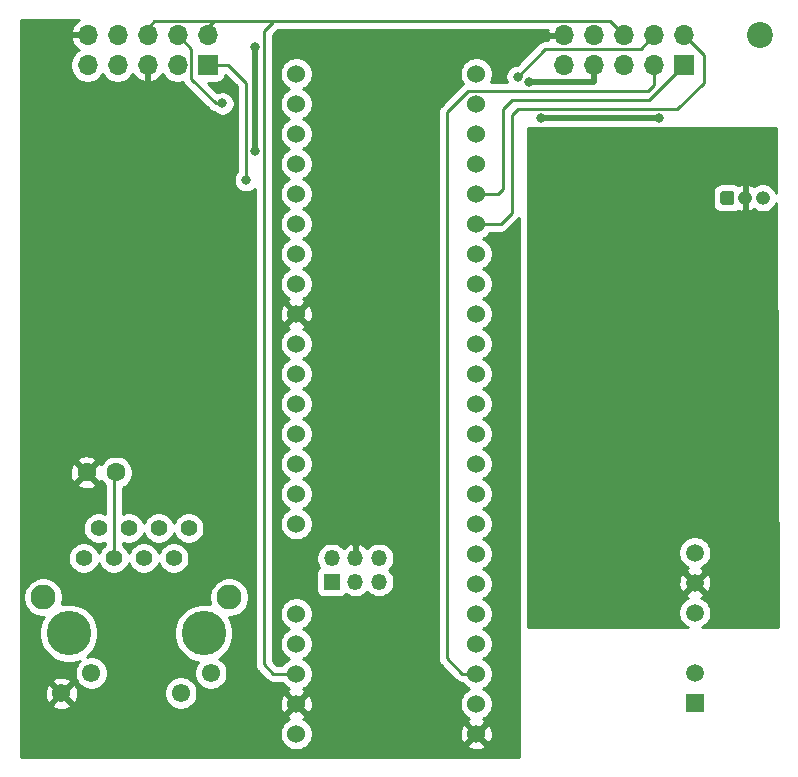
<source format=gbl>
G04 #@! TF.GenerationSoftware,KiCad,Pcbnew,(5.1.6-0-10_14)*
G04 #@! TF.CreationDate,2020-11-05T10:51:19+09:00*
G04 #@! TF.ProjectId,teabiscuits_compute,74656162-6973-4637-9569-74735f636f6d,rev?*
G04 #@! TF.SameCoordinates,Original*
G04 #@! TF.FileFunction,Copper,L2,Bot*
G04 #@! TF.FilePolarity,Positive*
%FSLAX46Y46*%
G04 Gerber Fmt 4.6, Leading zero omitted, Abs format (unit mm)*
G04 Created by KiCad (PCBNEW (5.1.6-0-10_14)) date 2020-11-05 10:51:19*
%MOMM*%
%LPD*%
G01*
G04 APERTURE LIST*
G04 #@! TA.AperFunction,ComponentPad*
%ADD10C,1.524000*%
G04 #@! TD*
G04 #@! TA.AperFunction,ComponentPad*
%ADD11C,1.500000*%
G04 #@! TD*
G04 #@! TA.AperFunction,ComponentPad*
%ADD12R,1.500000X1.500000*%
G04 #@! TD*
G04 #@! TA.AperFunction,ComponentPad*
%ADD13O,1.700000X1.700000*%
G04 #@! TD*
G04 #@! TA.AperFunction,ComponentPad*
%ADD14R,1.700000X1.700000*%
G04 #@! TD*
G04 #@! TA.AperFunction,ComponentPad*
%ADD15C,1.600000*%
G04 #@! TD*
G04 #@! TA.AperFunction,ComponentPad*
%ADD16O,1.200000X1.200000*%
G04 #@! TD*
G04 #@! TA.AperFunction,ComponentPad*
%ADD17C,1.397000*%
G04 #@! TD*
G04 #@! TA.AperFunction,ComponentPad*
%ADD18C,1.549400*%
G04 #@! TD*
G04 #@! TA.AperFunction,ComponentPad*
%ADD19C,3.759200*%
G04 #@! TD*
G04 #@! TA.AperFunction,ComponentPad*
%ADD20C,2.108200*%
G04 #@! TD*
G04 #@! TA.AperFunction,ComponentPad*
%ADD21R,1.350000X1.350000*%
G04 #@! TD*
G04 #@! TA.AperFunction,ComponentPad*
%ADD22O,1.350000X1.350000*%
G04 #@! TD*
G04 #@! TA.AperFunction,ViaPad*
%ADD23C,2.200000*%
G04 #@! TD*
G04 #@! TA.AperFunction,ViaPad*
%ADD24C,0.800000*%
G04 #@! TD*
G04 #@! TA.AperFunction,Conductor*
%ADD25C,0.500000*%
G04 #@! TD*
G04 #@! TA.AperFunction,Conductor*
%ADD26C,0.250000*%
G04 #@! TD*
G04 #@! TA.AperFunction,Conductor*
%ADD27C,0.254000*%
G04 #@! TD*
G04 APERTURE END LIST*
D10*
X132240000Y-166870000D03*
X132240000Y-164330000D03*
X132240000Y-161790000D03*
X132240000Y-159250000D03*
X132240000Y-156710000D03*
X132240000Y-154170000D03*
X132240000Y-151630000D03*
X132240000Y-149090000D03*
X132240000Y-146550000D03*
X132240000Y-144010000D03*
X132240000Y-141470000D03*
X132240000Y-138930000D03*
X132240000Y-136390000D03*
X132240000Y-133850000D03*
X132240000Y-131310000D03*
X132240000Y-128770000D03*
X132240000Y-126230000D03*
X132240000Y-123690000D03*
X132240000Y-121150000D03*
X132240000Y-118610000D03*
X132240000Y-116070000D03*
X132240000Y-113530000D03*
X132240000Y-110990000D03*
X117000000Y-128770000D03*
X117000000Y-146550000D03*
X117000000Y-166870000D03*
X117000000Y-141470000D03*
X117000000Y-121150000D03*
X117000000Y-133850000D03*
X117000000Y-110990000D03*
X117000000Y-144010000D03*
X117000000Y-116070000D03*
X117000000Y-118610000D03*
X117000000Y-126230000D03*
X117000000Y-156710000D03*
X117000000Y-149090000D03*
X117000000Y-159250000D03*
X117000000Y-138930000D03*
X117000000Y-164330000D03*
X117000000Y-123690000D03*
X117000000Y-136390000D03*
X117000000Y-131310000D03*
X117000000Y-113530000D03*
X117000000Y-161790000D03*
D11*
X150750000Y-151550000D03*
X150750000Y-154090000D03*
X150750000Y-156630000D03*
X150750000Y-161710000D03*
D12*
X150750000Y-164250000D03*
D13*
X139710000Y-107750000D03*
X139710000Y-110290000D03*
X142250000Y-107750000D03*
X142250000Y-110290000D03*
X144790000Y-107750000D03*
X144790000Y-110290000D03*
X147330000Y-107750000D03*
X147330000Y-110290000D03*
X149870000Y-107750000D03*
D14*
X149870000Y-110290000D03*
D13*
X99340000Y-107710000D03*
X99340000Y-110250000D03*
X101880000Y-107710000D03*
X101880000Y-110250000D03*
X104420000Y-107710000D03*
X104420000Y-110250000D03*
X106960000Y-107710000D03*
X106960000Y-110250000D03*
X109500000Y-107710000D03*
D14*
X109500000Y-110250000D03*
D15*
X101750000Y-144750000D03*
X99250000Y-144750000D03*
D16*
X156500000Y-121500000D03*
X155000000Y-121500000D03*
G04 #@! TA.AperFunction,ComponentPad*
G36*
G01*
X152900000Y-121923600D02*
X152900000Y-121076400D01*
G75*
G02*
X153076400Y-120900000I176400J0D01*
G01*
X153923600Y-120900000D01*
G75*
G02*
X154100000Y-121076400I0J-176400D01*
G01*
X154100000Y-121923600D01*
G75*
G02*
X153923600Y-122100000I-176400J0D01*
G01*
X153076400Y-122100000D01*
G75*
G02*
X152900000Y-121923600I0J176400D01*
G01*
G37*
G04 #@! TD.AperFunction*
D17*
X100270000Y-149460000D03*
X102810000Y-149460000D03*
X105350000Y-149460000D03*
X107890000Y-149460000D03*
X99000000Y-152000000D03*
X101540000Y-152000000D03*
X104080000Y-152000000D03*
X106620000Y-152000000D03*
D18*
X97120000Y-163450000D03*
X99660000Y-161730000D03*
X107230000Y-163430000D03*
X109770000Y-161730000D03*
D19*
X97730000Y-158370000D03*
X109160000Y-158370000D03*
D20*
X95570002Y-155320000D03*
X111319998Y-155320000D03*
D21*
X120000000Y-154000000D03*
D22*
X120000000Y-152000000D03*
X122000000Y-154000000D03*
X122000000Y-152000000D03*
X124000000Y-154000000D03*
X124000000Y-152000000D03*
D23*
X156250000Y-107750000D03*
X95000000Y-107750000D03*
X156250000Y-137750000D03*
X95000000Y-137500000D03*
D24*
X147750000Y-114750000D03*
X137750000Y-114750000D03*
X136000000Y-109250000D03*
X110750000Y-113500000D03*
X112750000Y-120000000D03*
X113500000Y-117500000D03*
X113500000Y-108750000D03*
X136750000Y-111717999D03*
X135750000Y-111250000D03*
D25*
X147750000Y-114750000D02*
X137750000Y-114750000D01*
D26*
X108135001Y-108885001D02*
X106960000Y-107710000D01*
X110184315Y-113500000D02*
X108135001Y-111450686D01*
X108135001Y-111450686D02*
X108135001Y-108885001D01*
X110750000Y-113500000D02*
X110184315Y-113500000D01*
X112750000Y-120000000D02*
X112750000Y-111750000D01*
X111250000Y-110250000D02*
X109500000Y-110250000D01*
X112750000Y-111750000D02*
X111250000Y-110250000D01*
X134100000Y-121150000D02*
X132240000Y-121150000D01*
X134500000Y-120750000D02*
X134100000Y-121150000D01*
X134500000Y-114000000D02*
X134500000Y-120750000D01*
X135250000Y-113250000D02*
X134500000Y-114000000D01*
X146910000Y-113250000D02*
X135250000Y-113250000D01*
X149870000Y-110290000D02*
X146910000Y-113250000D01*
X135750000Y-114000000D02*
X135250000Y-114500000D01*
X135250000Y-114500000D02*
X135250000Y-122750000D01*
X151500000Y-111750000D02*
X149250000Y-114000000D01*
X134310000Y-123690000D02*
X132240000Y-123690000D01*
X149250000Y-114000000D02*
X135750000Y-114000000D01*
X151500000Y-109380000D02*
X151500000Y-111750000D01*
X135250000Y-122750000D02*
X134310000Y-123690000D01*
X149870000Y-107750000D02*
X151500000Y-109380000D01*
X147330000Y-110290000D02*
X147330000Y-111920000D01*
X146807001Y-112442999D02*
X131557001Y-112442999D01*
X147330000Y-111920000D02*
X146807001Y-112442999D01*
X131557001Y-112442999D02*
X129750000Y-114250000D01*
X129750000Y-114250000D02*
X129750000Y-160500000D01*
X131040000Y-161790000D02*
X132240000Y-161790000D01*
X129750000Y-160500000D02*
X131040000Y-161790000D01*
D25*
X113500000Y-117500000D02*
X113500000Y-108750000D01*
X136750000Y-111717999D02*
X142217999Y-111717999D01*
X142217999Y-110322001D02*
X142250000Y-110290000D01*
X142217999Y-111717999D02*
X142217999Y-110322001D01*
D26*
X101540000Y-144960000D02*
X101750000Y-144750000D01*
X101540000Y-152000000D02*
X101540000Y-144960000D01*
X117000000Y-161790000D02*
X115040000Y-161790000D01*
X115040000Y-161790000D02*
X114250000Y-161000000D01*
X114250000Y-107399998D02*
X115074999Y-106574999D01*
X114250000Y-161000000D02*
X114250000Y-107399998D01*
X143540000Y-106500000D02*
X143614999Y-106574999D01*
X143614999Y-106574999D02*
X144790000Y-107750000D01*
X104420000Y-107580000D02*
X104420000Y-107710000D01*
X110750000Y-106500000D02*
X110000000Y-106500000D01*
X110750000Y-106500000D02*
X143540000Y-106500000D01*
X109500000Y-107000000D02*
X109500000Y-107710000D01*
X110000000Y-106500000D02*
X109500000Y-107000000D01*
X110000000Y-106500000D02*
X105000000Y-106500000D01*
X104420000Y-107080000D02*
X104420000Y-107710000D01*
X105000000Y-106500000D02*
X104420000Y-107080000D01*
X138074999Y-108925001D02*
X135750000Y-111250000D01*
X146154999Y-108925001D02*
X138074999Y-108925001D01*
X147330000Y-107750000D02*
X146154999Y-108925001D01*
D27*
G36*
X98573080Y-106438359D02*
G01*
X98339731Y-106612412D01*
X98144822Y-106828645D01*
X97995843Y-107078748D01*
X97898519Y-107353109D01*
X98019186Y-107583000D01*
X99213000Y-107583000D01*
X99213000Y-107563000D01*
X99467000Y-107563000D01*
X99467000Y-107583000D01*
X99487000Y-107583000D01*
X99487000Y-107837000D01*
X99467000Y-107837000D01*
X99467000Y-107857000D01*
X99213000Y-107857000D01*
X99213000Y-107837000D01*
X98019186Y-107837000D01*
X97898519Y-108066891D01*
X97995843Y-108341252D01*
X98144822Y-108591355D01*
X98339731Y-108807588D01*
X98569406Y-108978900D01*
X98393368Y-109096525D01*
X98186525Y-109303368D01*
X98024010Y-109546589D01*
X97912068Y-109816842D01*
X97855000Y-110103740D01*
X97855000Y-110396260D01*
X97912068Y-110683158D01*
X98024010Y-110953411D01*
X98186525Y-111196632D01*
X98393368Y-111403475D01*
X98636589Y-111565990D01*
X98906842Y-111677932D01*
X99193740Y-111735000D01*
X99486260Y-111735000D01*
X99773158Y-111677932D01*
X100043411Y-111565990D01*
X100286632Y-111403475D01*
X100493475Y-111196632D01*
X100610000Y-111022240D01*
X100726525Y-111196632D01*
X100933368Y-111403475D01*
X101176589Y-111565990D01*
X101446842Y-111677932D01*
X101733740Y-111735000D01*
X102026260Y-111735000D01*
X102313158Y-111677932D01*
X102583411Y-111565990D01*
X102826632Y-111403475D01*
X103033475Y-111196632D01*
X103155195Y-111014466D01*
X103224822Y-111131355D01*
X103419731Y-111347588D01*
X103653080Y-111521641D01*
X103915901Y-111646825D01*
X104063110Y-111691476D01*
X104293000Y-111570155D01*
X104293000Y-110377000D01*
X104273000Y-110377000D01*
X104273000Y-110123000D01*
X104293000Y-110123000D01*
X104293000Y-110103000D01*
X104547000Y-110103000D01*
X104547000Y-110123000D01*
X104567000Y-110123000D01*
X104567000Y-110377000D01*
X104547000Y-110377000D01*
X104547000Y-111570155D01*
X104776890Y-111691476D01*
X104924099Y-111646825D01*
X105186920Y-111521641D01*
X105420269Y-111347588D01*
X105615178Y-111131355D01*
X105684805Y-111014466D01*
X105806525Y-111196632D01*
X106013368Y-111403475D01*
X106256589Y-111565990D01*
X106526842Y-111677932D01*
X106813740Y-111735000D01*
X107106260Y-111735000D01*
X107393158Y-111677932D01*
X107407887Y-111671831D01*
X107421892Y-111717999D01*
X107429455Y-111742932D01*
X107500027Y-111874962D01*
X107523036Y-111902998D01*
X107595000Y-111990687D01*
X107624004Y-112014490D01*
X109620516Y-114011003D01*
X109644314Y-114040001D01*
X109760039Y-114134974D01*
X109892068Y-114205546D01*
X110035276Y-114248987D01*
X110090226Y-114303937D01*
X110259744Y-114417205D01*
X110448102Y-114495226D01*
X110648061Y-114535000D01*
X110851939Y-114535000D01*
X111051898Y-114495226D01*
X111240256Y-114417205D01*
X111409774Y-114303937D01*
X111553937Y-114159774D01*
X111667205Y-113990256D01*
X111745226Y-113801898D01*
X111785000Y-113601939D01*
X111785000Y-113398061D01*
X111745226Y-113198102D01*
X111667205Y-113009744D01*
X111553937Y-112840226D01*
X111409774Y-112696063D01*
X111240256Y-112582795D01*
X111051898Y-112504774D01*
X110851939Y-112465000D01*
X110648061Y-112465000D01*
X110448102Y-112504774D01*
X110317845Y-112558728D01*
X109497188Y-111738072D01*
X110350000Y-111738072D01*
X110474482Y-111725812D01*
X110594180Y-111689502D01*
X110704494Y-111630537D01*
X110801185Y-111551185D01*
X110880537Y-111454494D01*
X110939502Y-111344180D01*
X110975812Y-111224482D01*
X110988072Y-111100000D01*
X110988072Y-111062873D01*
X111990001Y-112064803D01*
X111990000Y-119296289D01*
X111946063Y-119340226D01*
X111832795Y-119509744D01*
X111754774Y-119698102D01*
X111715000Y-119898061D01*
X111715000Y-120101939D01*
X111754774Y-120301898D01*
X111832795Y-120490256D01*
X111946063Y-120659774D01*
X112090226Y-120803937D01*
X112259744Y-120917205D01*
X112448102Y-120995226D01*
X112648061Y-121035000D01*
X112851939Y-121035000D01*
X113051898Y-120995226D01*
X113240256Y-120917205D01*
X113409774Y-120803937D01*
X113490001Y-120723710D01*
X113490000Y-160962678D01*
X113486324Y-161000000D01*
X113490000Y-161037322D01*
X113490000Y-161037332D01*
X113500997Y-161148985D01*
X113530158Y-161245116D01*
X113544454Y-161292246D01*
X113615026Y-161424276D01*
X113654871Y-161472826D01*
X113709999Y-161540001D01*
X113739002Y-161563803D01*
X114476201Y-162301002D01*
X114499999Y-162330001D01*
X114615724Y-162424974D01*
X114747753Y-162495546D01*
X114891014Y-162539003D01*
X115002667Y-162550000D01*
X115002675Y-162550000D01*
X115040000Y-162553676D01*
X115077325Y-162550000D01*
X115827659Y-162550000D01*
X115914880Y-162680535D01*
X116109465Y-162875120D01*
X116338273Y-163028005D01*
X116409943Y-163057692D01*
X116396977Y-163062364D01*
X116281020Y-163124344D01*
X116214040Y-163364435D01*
X117000000Y-164150395D01*
X117785960Y-163364435D01*
X117718980Y-163124344D01*
X117583240Y-163060515D01*
X117661727Y-163028005D01*
X117890535Y-162875120D01*
X118085120Y-162680535D01*
X118238005Y-162451727D01*
X118343314Y-162197490D01*
X118397000Y-161927592D01*
X118397000Y-161652408D01*
X118343314Y-161382510D01*
X118238005Y-161128273D01*
X118085120Y-160899465D01*
X117890535Y-160704880D01*
X117661727Y-160551995D01*
X117584485Y-160520000D01*
X117661727Y-160488005D01*
X117890535Y-160335120D01*
X118085120Y-160140535D01*
X118238005Y-159911727D01*
X118343314Y-159657490D01*
X118397000Y-159387592D01*
X118397000Y-159112408D01*
X118343314Y-158842510D01*
X118238005Y-158588273D01*
X118085120Y-158359465D01*
X117890535Y-158164880D01*
X117661727Y-158011995D01*
X117584485Y-157980000D01*
X117661727Y-157948005D01*
X117890535Y-157795120D01*
X118085120Y-157600535D01*
X118238005Y-157371727D01*
X118343314Y-157117490D01*
X118397000Y-156847592D01*
X118397000Y-156572408D01*
X118343314Y-156302510D01*
X118238005Y-156048273D01*
X118085120Y-155819465D01*
X117890535Y-155624880D01*
X117661727Y-155471995D01*
X117407490Y-155366686D01*
X117137592Y-155313000D01*
X116862408Y-155313000D01*
X116592510Y-155366686D01*
X116338273Y-155471995D01*
X116109465Y-155624880D01*
X115914880Y-155819465D01*
X115761995Y-156048273D01*
X115656686Y-156302510D01*
X115603000Y-156572408D01*
X115603000Y-156847592D01*
X115656686Y-157117490D01*
X115761995Y-157371727D01*
X115914880Y-157600535D01*
X116109465Y-157795120D01*
X116338273Y-157948005D01*
X116415515Y-157980000D01*
X116338273Y-158011995D01*
X116109465Y-158164880D01*
X115914880Y-158359465D01*
X115761995Y-158588273D01*
X115656686Y-158842510D01*
X115603000Y-159112408D01*
X115603000Y-159387592D01*
X115656686Y-159657490D01*
X115761995Y-159911727D01*
X115914880Y-160140535D01*
X116109465Y-160335120D01*
X116338273Y-160488005D01*
X116415515Y-160520000D01*
X116338273Y-160551995D01*
X116109465Y-160704880D01*
X115914880Y-160899465D01*
X115827659Y-161030000D01*
X115354802Y-161030000D01*
X115010000Y-160685199D01*
X115010000Y-153325000D01*
X118686928Y-153325000D01*
X118686928Y-154675000D01*
X118699188Y-154799482D01*
X118735498Y-154919180D01*
X118794463Y-155029494D01*
X118873815Y-155126185D01*
X118970506Y-155205537D01*
X119080820Y-155264502D01*
X119200518Y-155300812D01*
X119325000Y-155313072D01*
X120675000Y-155313072D01*
X120799482Y-155300812D01*
X120919180Y-155264502D01*
X121029494Y-155205537D01*
X121126185Y-155126185D01*
X121197487Y-155039303D01*
X121379482Y-155160907D01*
X121617887Y-155259658D01*
X121870976Y-155310000D01*
X122129024Y-155310000D01*
X122382113Y-155259658D01*
X122620518Y-155160907D01*
X122835077Y-155017544D01*
X123000000Y-154852621D01*
X123164923Y-155017544D01*
X123379482Y-155160907D01*
X123617887Y-155259658D01*
X123870976Y-155310000D01*
X124129024Y-155310000D01*
X124382113Y-155259658D01*
X124620518Y-155160907D01*
X124835077Y-155017544D01*
X125017544Y-154835077D01*
X125160907Y-154620518D01*
X125259658Y-154382113D01*
X125310000Y-154129024D01*
X125310000Y-153870976D01*
X125259658Y-153617887D01*
X125160907Y-153379482D01*
X125017544Y-153164923D01*
X124852621Y-153000000D01*
X125017544Y-152835077D01*
X125160907Y-152620518D01*
X125259658Y-152382113D01*
X125310000Y-152129024D01*
X125310000Y-151870976D01*
X125259658Y-151617887D01*
X125160907Y-151379482D01*
X125017544Y-151164923D01*
X124835077Y-150982456D01*
X124620518Y-150839093D01*
X124382113Y-150740342D01*
X124129024Y-150690000D01*
X123870976Y-150690000D01*
X123617887Y-150740342D01*
X123379482Y-150839093D01*
X123164923Y-150982456D01*
X122993319Y-151154060D01*
X122871227Y-151021697D01*
X122663629Y-150870527D01*
X122430528Y-150762762D01*
X122329400Y-150732090D01*
X122127000Y-150855776D01*
X122127000Y-151873000D01*
X122147000Y-151873000D01*
X122147000Y-152127000D01*
X122127000Y-152127000D01*
X122127000Y-152147000D01*
X121873000Y-152147000D01*
X121873000Y-152127000D01*
X121853000Y-152127000D01*
X121853000Y-151873000D01*
X121873000Y-151873000D01*
X121873000Y-150855776D01*
X121670600Y-150732090D01*
X121569472Y-150762762D01*
X121336371Y-150870527D01*
X121128773Y-151021697D01*
X121006681Y-151154060D01*
X120835077Y-150982456D01*
X120620518Y-150839093D01*
X120382113Y-150740342D01*
X120129024Y-150690000D01*
X119870976Y-150690000D01*
X119617887Y-150740342D01*
X119379482Y-150839093D01*
X119164923Y-150982456D01*
X118982456Y-151164923D01*
X118839093Y-151379482D01*
X118740342Y-151617887D01*
X118690000Y-151870976D01*
X118690000Y-152129024D01*
X118740342Y-152382113D01*
X118839093Y-152620518D01*
X118960697Y-152802513D01*
X118873815Y-152873815D01*
X118794463Y-152970506D01*
X118735498Y-153080820D01*
X118699188Y-153200518D01*
X118686928Y-153325000D01*
X115010000Y-153325000D01*
X115010000Y-133712408D01*
X115603000Y-133712408D01*
X115603000Y-133987592D01*
X115656686Y-134257490D01*
X115761995Y-134511727D01*
X115914880Y-134740535D01*
X116109465Y-134935120D01*
X116338273Y-135088005D01*
X116415515Y-135120000D01*
X116338273Y-135151995D01*
X116109465Y-135304880D01*
X115914880Y-135499465D01*
X115761995Y-135728273D01*
X115656686Y-135982510D01*
X115603000Y-136252408D01*
X115603000Y-136527592D01*
X115656686Y-136797490D01*
X115761995Y-137051727D01*
X115914880Y-137280535D01*
X116109465Y-137475120D01*
X116338273Y-137628005D01*
X116415515Y-137660000D01*
X116338273Y-137691995D01*
X116109465Y-137844880D01*
X115914880Y-138039465D01*
X115761995Y-138268273D01*
X115656686Y-138522510D01*
X115603000Y-138792408D01*
X115603000Y-139067592D01*
X115656686Y-139337490D01*
X115761995Y-139591727D01*
X115914880Y-139820535D01*
X116109465Y-140015120D01*
X116338273Y-140168005D01*
X116415515Y-140200000D01*
X116338273Y-140231995D01*
X116109465Y-140384880D01*
X115914880Y-140579465D01*
X115761995Y-140808273D01*
X115656686Y-141062510D01*
X115603000Y-141332408D01*
X115603000Y-141607592D01*
X115656686Y-141877490D01*
X115761995Y-142131727D01*
X115914880Y-142360535D01*
X116109465Y-142555120D01*
X116338273Y-142708005D01*
X116415515Y-142740000D01*
X116338273Y-142771995D01*
X116109465Y-142924880D01*
X115914880Y-143119465D01*
X115761995Y-143348273D01*
X115656686Y-143602510D01*
X115603000Y-143872408D01*
X115603000Y-144147592D01*
X115656686Y-144417490D01*
X115761995Y-144671727D01*
X115914880Y-144900535D01*
X116109465Y-145095120D01*
X116338273Y-145248005D01*
X116415515Y-145280000D01*
X116338273Y-145311995D01*
X116109465Y-145464880D01*
X115914880Y-145659465D01*
X115761995Y-145888273D01*
X115656686Y-146142510D01*
X115603000Y-146412408D01*
X115603000Y-146687592D01*
X115656686Y-146957490D01*
X115761995Y-147211727D01*
X115914880Y-147440535D01*
X116109465Y-147635120D01*
X116338273Y-147788005D01*
X116415515Y-147820000D01*
X116338273Y-147851995D01*
X116109465Y-148004880D01*
X115914880Y-148199465D01*
X115761995Y-148428273D01*
X115656686Y-148682510D01*
X115603000Y-148952408D01*
X115603000Y-149227592D01*
X115656686Y-149497490D01*
X115761995Y-149751727D01*
X115914880Y-149980535D01*
X116109465Y-150175120D01*
X116338273Y-150328005D01*
X116592510Y-150433314D01*
X116862408Y-150487000D01*
X117137592Y-150487000D01*
X117407490Y-150433314D01*
X117661727Y-150328005D01*
X117890535Y-150175120D01*
X118085120Y-149980535D01*
X118238005Y-149751727D01*
X118343314Y-149497490D01*
X118397000Y-149227592D01*
X118397000Y-148952408D01*
X118343314Y-148682510D01*
X118238005Y-148428273D01*
X118085120Y-148199465D01*
X117890535Y-148004880D01*
X117661727Y-147851995D01*
X117584485Y-147820000D01*
X117661727Y-147788005D01*
X117890535Y-147635120D01*
X118085120Y-147440535D01*
X118238005Y-147211727D01*
X118343314Y-146957490D01*
X118397000Y-146687592D01*
X118397000Y-146412408D01*
X118343314Y-146142510D01*
X118238005Y-145888273D01*
X118085120Y-145659465D01*
X117890535Y-145464880D01*
X117661727Y-145311995D01*
X117584485Y-145280000D01*
X117661727Y-145248005D01*
X117890535Y-145095120D01*
X118085120Y-144900535D01*
X118238005Y-144671727D01*
X118343314Y-144417490D01*
X118397000Y-144147592D01*
X118397000Y-143872408D01*
X118343314Y-143602510D01*
X118238005Y-143348273D01*
X118085120Y-143119465D01*
X117890535Y-142924880D01*
X117661727Y-142771995D01*
X117584485Y-142740000D01*
X117661727Y-142708005D01*
X117890535Y-142555120D01*
X118085120Y-142360535D01*
X118238005Y-142131727D01*
X118343314Y-141877490D01*
X118397000Y-141607592D01*
X118397000Y-141332408D01*
X118343314Y-141062510D01*
X118238005Y-140808273D01*
X118085120Y-140579465D01*
X117890535Y-140384880D01*
X117661727Y-140231995D01*
X117584485Y-140200000D01*
X117661727Y-140168005D01*
X117890535Y-140015120D01*
X118085120Y-139820535D01*
X118238005Y-139591727D01*
X118343314Y-139337490D01*
X118397000Y-139067592D01*
X118397000Y-138792408D01*
X118343314Y-138522510D01*
X118238005Y-138268273D01*
X118085120Y-138039465D01*
X117890535Y-137844880D01*
X117661727Y-137691995D01*
X117584485Y-137660000D01*
X117661727Y-137628005D01*
X117890535Y-137475120D01*
X118085120Y-137280535D01*
X118238005Y-137051727D01*
X118343314Y-136797490D01*
X118397000Y-136527592D01*
X118397000Y-136252408D01*
X118343314Y-135982510D01*
X118238005Y-135728273D01*
X118085120Y-135499465D01*
X117890535Y-135304880D01*
X117661727Y-135151995D01*
X117584485Y-135120000D01*
X117661727Y-135088005D01*
X117890535Y-134935120D01*
X118085120Y-134740535D01*
X118238005Y-134511727D01*
X118343314Y-134257490D01*
X118397000Y-133987592D01*
X118397000Y-133712408D01*
X118343314Y-133442510D01*
X118238005Y-133188273D01*
X118085120Y-132959465D01*
X117890535Y-132764880D01*
X117661727Y-132611995D01*
X117590057Y-132582308D01*
X117603023Y-132577636D01*
X117718980Y-132515656D01*
X117785960Y-132275565D01*
X117000000Y-131489605D01*
X116214040Y-132275565D01*
X116281020Y-132515656D01*
X116416760Y-132579485D01*
X116338273Y-132611995D01*
X116109465Y-132764880D01*
X115914880Y-132959465D01*
X115761995Y-133188273D01*
X115656686Y-133442510D01*
X115603000Y-133712408D01*
X115010000Y-133712408D01*
X115010000Y-131382017D01*
X115598090Y-131382017D01*
X115639078Y-131654133D01*
X115732364Y-131913023D01*
X115794344Y-132028980D01*
X116034435Y-132095960D01*
X116820395Y-131310000D01*
X117179605Y-131310000D01*
X117965565Y-132095960D01*
X118205656Y-132028980D01*
X118322756Y-131779952D01*
X118389023Y-131512865D01*
X118401910Y-131237983D01*
X118360922Y-130965867D01*
X118267636Y-130706977D01*
X118205656Y-130591020D01*
X117965565Y-130524040D01*
X117179605Y-131310000D01*
X116820395Y-131310000D01*
X116034435Y-130524040D01*
X115794344Y-130591020D01*
X115677244Y-130840048D01*
X115610977Y-131107135D01*
X115598090Y-131382017D01*
X115010000Y-131382017D01*
X115010000Y-110852408D01*
X115603000Y-110852408D01*
X115603000Y-111127592D01*
X115656686Y-111397490D01*
X115761995Y-111651727D01*
X115914880Y-111880535D01*
X116109465Y-112075120D01*
X116338273Y-112228005D01*
X116415515Y-112260000D01*
X116338273Y-112291995D01*
X116109465Y-112444880D01*
X115914880Y-112639465D01*
X115761995Y-112868273D01*
X115656686Y-113122510D01*
X115603000Y-113392408D01*
X115603000Y-113667592D01*
X115656686Y-113937490D01*
X115761995Y-114191727D01*
X115914880Y-114420535D01*
X116109465Y-114615120D01*
X116338273Y-114768005D01*
X116415515Y-114800000D01*
X116338273Y-114831995D01*
X116109465Y-114984880D01*
X115914880Y-115179465D01*
X115761995Y-115408273D01*
X115656686Y-115662510D01*
X115603000Y-115932408D01*
X115603000Y-116207592D01*
X115656686Y-116477490D01*
X115761995Y-116731727D01*
X115914880Y-116960535D01*
X116109465Y-117155120D01*
X116338273Y-117308005D01*
X116415515Y-117340000D01*
X116338273Y-117371995D01*
X116109465Y-117524880D01*
X115914880Y-117719465D01*
X115761995Y-117948273D01*
X115656686Y-118202510D01*
X115603000Y-118472408D01*
X115603000Y-118747592D01*
X115656686Y-119017490D01*
X115761995Y-119271727D01*
X115914880Y-119500535D01*
X116109465Y-119695120D01*
X116338273Y-119848005D01*
X116415515Y-119880000D01*
X116338273Y-119911995D01*
X116109465Y-120064880D01*
X115914880Y-120259465D01*
X115761995Y-120488273D01*
X115656686Y-120742510D01*
X115603000Y-121012408D01*
X115603000Y-121287592D01*
X115656686Y-121557490D01*
X115761995Y-121811727D01*
X115914880Y-122040535D01*
X116109465Y-122235120D01*
X116338273Y-122388005D01*
X116415515Y-122420000D01*
X116338273Y-122451995D01*
X116109465Y-122604880D01*
X115914880Y-122799465D01*
X115761995Y-123028273D01*
X115656686Y-123282510D01*
X115603000Y-123552408D01*
X115603000Y-123827592D01*
X115656686Y-124097490D01*
X115761995Y-124351727D01*
X115914880Y-124580535D01*
X116109465Y-124775120D01*
X116338273Y-124928005D01*
X116415515Y-124960000D01*
X116338273Y-124991995D01*
X116109465Y-125144880D01*
X115914880Y-125339465D01*
X115761995Y-125568273D01*
X115656686Y-125822510D01*
X115603000Y-126092408D01*
X115603000Y-126367592D01*
X115656686Y-126637490D01*
X115761995Y-126891727D01*
X115914880Y-127120535D01*
X116109465Y-127315120D01*
X116338273Y-127468005D01*
X116415515Y-127500000D01*
X116338273Y-127531995D01*
X116109465Y-127684880D01*
X115914880Y-127879465D01*
X115761995Y-128108273D01*
X115656686Y-128362510D01*
X115603000Y-128632408D01*
X115603000Y-128907592D01*
X115656686Y-129177490D01*
X115761995Y-129431727D01*
X115914880Y-129660535D01*
X116109465Y-129855120D01*
X116338273Y-130008005D01*
X116409943Y-130037692D01*
X116396977Y-130042364D01*
X116281020Y-130104344D01*
X116214040Y-130344435D01*
X117000000Y-131130395D01*
X117785960Y-130344435D01*
X117718980Y-130104344D01*
X117583240Y-130040515D01*
X117661727Y-130008005D01*
X117890535Y-129855120D01*
X118085120Y-129660535D01*
X118238005Y-129431727D01*
X118343314Y-129177490D01*
X118397000Y-128907592D01*
X118397000Y-128632408D01*
X118343314Y-128362510D01*
X118238005Y-128108273D01*
X118085120Y-127879465D01*
X117890535Y-127684880D01*
X117661727Y-127531995D01*
X117584485Y-127500000D01*
X117661727Y-127468005D01*
X117890535Y-127315120D01*
X118085120Y-127120535D01*
X118238005Y-126891727D01*
X118343314Y-126637490D01*
X118397000Y-126367592D01*
X118397000Y-126092408D01*
X118343314Y-125822510D01*
X118238005Y-125568273D01*
X118085120Y-125339465D01*
X117890535Y-125144880D01*
X117661727Y-124991995D01*
X117584485Y-124960000D01*
X117661727Y-124928005D01*
X117890535Y-124775120D01*
X118085120Y-124580535D01*
X118238005Y-124351727D01*
X118343314Y-124097490D01*
X118397000Y-123827592D01*
X118397000Y-123552408D01*
X118343314Y-123282510D01*
X118238005Y-123028273D01*
X118085120Y-122799465D01*
X117890535Y-122604880D01*
X117661727Y-122451995D01*
X117584485Y-122420000D01*
X117661727Y-122388005D01*
X117890535Y-122235120D01*
X118085120Y-122040535D01*
X118238005Y-121811727D01*
X118343314Y-121557490D01*
X118397000Y-121287592D01*
X118397000Y-121012408D01*
X118343314Y-120742510D01*
X118238005Y-120488273D01*
X118085120Y-120259465D01*
X117890535Y-120064880D01*
X117661727Y-119911995D01*
X117584485Y-119880000D01*
X117661727Y-119848005D01*
X117890535Y-119695120D01*
X118085120Y-119500535D01*
X118238005Y-119271727D01*
X118343314Y-119017490D01*
X118397000Y-118747592D01*
X118397000Y-118472408D01*
X118343314Y-118202510D01*
X118238005Y-117948273D01*
X118085120Y-117719465D01*
X117890535Y-117524880D01*
X117661727Y-117371995D01*
X117584485Y-117340000D01*
X117661727Y-117308005D01*
X117890535Y-117155120D01*
X118085120Y-116960535D01*
X118238005Y-116731727D01*
X118343314Y-116477490D01*
X118397000Y-116207592D01*
X118397000Y-115932408D01*
X118343314Y-115662510D01*
X118238005Y-115408273D01*
X118085120Y-115179465D01*
X117890535Y-114984880D01*
X117661727Y-114831995D01*
X117584485Y-114800000D01*
X117661727Y-114768005D01*
X117890535Y-114615120D01*
X118085120Y-114420535D01*
X118238005Y-114191727D01*
X118343314Y-113937490D01*
X118397000Y-113667592D01*
X118397000Y-113392408D01*
X118343314Y-113122510D01*
X118238005Y-112868273D01*
X118085120Y-112639465D01*
X117890535Y-112444880D01*
X117661727Y-112291995D01*
X117584485Y-112260000D01*
X117661727Y-112228005D01*
X117890535Y-112075120D01*
X118085120Y-111880535D01*
X118238005Y-111651727D01*
X118343314Y-111397490D01*
X118397000Y-111127592D01*
X118397000Y-110852408D01*
X118343314Y-110582510D01*
X118238005Y-110328273D01*
X118085120Y-110099465D01*
X117890535Y-109904880D01*
X117661727Y-109751995D01*
X117407490Y-109646686D01*
X117137592Y-109593000D01*
X116862408Y-109593000D01*
X116592510Y-109646686D01*
X116338273Y-109751995D01*
X116109465Y-109904880D01*
X115914880Y-110099465D01*
X115761995Y-110328273D01*
X115656686Y-110582510D01*
X115603000Y-110852408D01*
X115010000Y-110852408D01*
X115010000Y-107714799D01*
X115464800Y-107260000D01*
X138315737Y-107260000D01*
X138268519Y-107393109D01*
X138389186Y-107623000D01*
X139583000Y-107623000D01*
X139583000Y-107603000D01*
X139837000Y-107603000D01*
X139837000Y-107623000D01*
X139857000Y-107623000D01*
X139857000Y-107877000D01*
X139837000Y-107877000D01*
X139837000Y-107897000D01*
X139583000Y-107897000D01*
X139583000Y-107877000D01*
X138389186Y-107877000D01*
X138268519Y-108106891D01*
X138289132Y-108165001D01*
X138112321Y-108165001D01*
X138074998Y-108161325D01*
X138037675Y-108165001D01*
X138037666Y-108165001D01*
X137926013Y-108175998D01*
X137782752Y-108219455D01*
X137650722Y-108290027D01*
X137588305Y-108341252D01*
X137534998Y-108385000D01*
X137511200Y-108413998D01*
X135710199Y-110215000D01*
X135648061Y-110215000D01*
X135448102Y-110254774D01*
X135259744Y-110332795D01*
X135090226Y-110446063D01*
X134946063Y-110590226D01*
X134832795Y-110759744D01*
X134754774Y-110948102D01*
X134715000Y-111148061D01*
X134715000Y-111351939D01*
X134754774Y-111551898D01*
X134809078Y-111682999D01*
X133457110Y-111682999D01*
X133478005Y-111651727D01*
X133583314Y-111397490D01*
X133637000Y-111127592D01*
X133637000Y-110852408D01*
X133583314Y-110582510D01*
X133478005Y-110328273D01*
X133325120Y-110099465D01*
X133130535Y-109904880D01*
X132901727Y-109751995D01*
X132647490Y-109646686D01*
X132377592Y-109593000D01*
X132102408Y-109593000D01*
X131832510Y-109646686D01*
X131578273Y-109751995D01*
X131349465Y-109904880D01*
X131154880Y-110099465D01*
X131001995Y-110328273D01*
X130896686Y-110582510D01*
X130843000Y-110852408D01*
X130843000Y-111127592D01*
X130896686Y-111397490D01*
X131001995Y-111651727D01*
X131115743Y-111821962D01*
X131017000Y-111902998D01*
X130993202Y-111931996D01*
X129239003Y-113686196D01*
X129209999Y-113709999D01*
X129154871Y-113777174D01*
X129115026Y-113825724D01*
X129055285Y-113937490D01*
X129044454Y-113957754D01*
X129000997Y-114101015D01*
X128990000Y-114212668D01*
X128990000Y-114212678D01*
X128986324Y-114250000D01*
X128990000Y-114287322D01*
X128990001Y-160462667D01*
X128986324Y-160500000D01*
X129000998Y-160648985D01*
X129044454Y-160792246D01*
X129115026Y-160924276D01*
X129175643Y-160998137D01*
X129210000Y-161040001D01*
X129238998Y-161063799D01*
X130476205Y-162301008D01*
X130499999Y-162330001D01*
X130528992Y-162353795D01*
X130528996Y-162353799D01*
X130582543Y-162397743D01*
X130615724Y-162424974D01*
X130747753Y-162495546D01*
X130891014Y-162539003D01*
X131002667Y-162550000D01*
X131002676Y-162550000D01*
X131039999Y-162553676D01*
X131068256Y-162550893D01*
X131154880Y-162680535D01*
X131349465Y-162875120D01*
X131578273Y-163028005D01*
X131655515Y-163060000D01*
X131578273Y-163091995D01*
X131349465Y-163244880D01*
X131154880Y-163439465D01*
X131001995Y-163668273D01*
X130896686Y-163922510D01*
X130843000Y-164192408D01*
X130843000Y-164467592D01*
X130896686Y-164737490D01*
X131001995Y-164991727D01*
X131154880Y-165220535D01*
X131349465Y-165415120D01*
X131578273Y-165568005D01*
X131649943Y-165597692D01*
X131636977Y-165602364D01*
X131521020Y-165664344D01*
X131454040Y-165904435D01*
X132240000Y-166690395D01*
X133025960Y-165904435D01*
X132958980Y-165664344D01*
X132823240Y-165600515D01*
X132901727Y-165568005D01*
X133130535Y-165415120D01*
X133325120Y-165220535D01*
X133478005Y-164991727D01*
X133583314Y-164737490D01*
X133637000Y-164467592D01*
X133637000Y-164192408D01*
X133583314Y-163922510D01*
X133478005Y-163668273D01*
X133325120Y-163439465D01*
X133130535Y-163244880D01*
X132901727Y-163091995D01*
X132824485Y-163060000D01*
X132901727Y-163028005D01*
X133130535Y-162875120D01*
X133325120Y-162680535D01*
X133478005Y-162451727D01*
X133583314Y-162197490D01*
X133637000Y-161927592D01*
X133637000Y-161652408D01*
X133583314Y-161382510D01*
X133478005Y-161128273D01*
X133325120Y-160899465D01*
X133130535Y-160704880D01*
X132901727Y-160551995D01*
X132824485Y-160520000D01*
X132901727Y-160488005D01*
X133130535Y-160335120D01*
X133325120Y-160140535D01*
X133478005Y-159911727D01*
X133583314Y-159657490D01*
X133637000Y-159387592D01*
X133637000Y-159112408D01*
X133583314Y-158842510D01*
X133478005Y-158588273D01*
X133325120Y-158359465D01*
X133130535Y-158164880D01*
X132901727Y-158011995D01*
X132824485Y-157980000D01*
X132901727Y-157948005D01*
X133130535Y-157795120D01*
X133325120Y-157600535D01*
X133478005Y-157371727D01*
X133583314Y-157117490D01*
X133637000Y-156847592D01*
X133637000Y-156572408D01*
X133583314Y-156302510D01*
X133478005Y-156048273D01*
X133325120Y-155819465D01*
X133130535Y-155624880D01*
X132901727Y-155471995D01*
X132824485Y-155440000D01*
X132901727Y-155408005D01*
X133130535Y-155255120D01*
X133325120Y-155060535D01*
X133478005Y-154831727D01*
X133583314Y-154577490D01*
X133637000Y-154307592D01*
X133637000Y-154032408D01*
X133583314Y-153762510D01*
X133478005Y-153508273D01*
X133325120Y-153279465D01*
X133130535Y-153084880D01*
X132901727Y-152931995D01*
X132824485Y-152900000D01*
X132901727Y-152868005D01*
X133130535Y-152715120D01*
X133325120Y-152520535D01*
X133478005Y-152291727D01*
X133583314Y-152037490D01*
X133637000Y-151767592D01*
X133637000Y-151492408D01*
X133583314Y-151222510D01*
X133478005Y-150968273D01*
X133325120Y-150739465D01*
X133130535Y-150544880D01*
X132901727Y-150391995D01*
X132824485Y-150360000D01*
X132901727Y-150328005D01*
X133130535Y-150175120D01*
X133325120Y-149980535D01*
X133478005Y-149751727D01*
X133583314Y-149497490D01*
X133637000Y-149227592D01*
X133637000Y-148952408D01*
X133583314Y-148682510D01*
X133478005Y-148428273D01*
X133325120Y-148199465D01*
X133130535Y-148004880D01*
X132901727Y-147851995D01*
X132824485Y-147820000D01*
X132901727Y-147788005D01*
X133130535Y-147635120D01*
X133325120Y-147440535D01*
X133478005Y-147211727D01*
X133583314Y-146957490D01*
X133637000Y-146687592D01*
X133637000Y-146412408D01*
X133583314Y-146142510D01*
X133478005Y-145888273D01*
X133325120Y-145659465D01*
X133130535Y-145464880D01*
X132901727Y-145311995D01*
X132824485Y-145280000D01*
X132901727Y-145248005D01*
X133130535Y-145095120D01*
X133325120Y-144900535D01*
X133478005Y-144671727D01*
X133583314Y-144417490D01*
X133637000Y-144147592D01*
X133637000Y-143872408D01*
X133583314Y-143602510D01*
X133478005Y-143348273D01*
X133325120Y-143119465D01*
X133130535Y-142924880D01*
X132901727Y-142771995D01*
X132824485Y-142740000D01*
X132901727Y-142708005D01*
X133130535Y-142555120D01*
X133325120Y-142360535D01*
X133478005Y-142131727D01*
X133583314Y-141877490D01*
X133637000Y-141607592D01*
X133637000Y-141332408D01*
X133583314Y-141062510D01*
X133478005Y-140808273D01*
X133325120Y-140579465D01*
X133130535Y-140384880D01*
X132901727Y-140231995D01*
X132824485Y-140200000D01*
X132901727Y-140168005D01*
X133130535Y-140015120D01*
X133325120Y-139820535D01*
X133478005Y-139591727D01*
X133583314Y-139337490D01*
X133637000Y-139067592D01*
X133637000Y-138792408D01*
X133583314Y-138522510D01*
X133478005Y-138268273D01*
X133325120Y-138039465D01*
X133130535Y-137844880D01*
X132901727Y-137691995D01*
X132824485Y-137660000D01*
X132901727Y-137628005D01*
X133130535Y-137475120D01*
X133325120Y-137280535D01*
X133478005Y-137051727D01*
X133583314Y-136797490D01*
X133637000Y-136527592D01*
X133637000Y-136252408D01*
X133583314Y-135982510D01*
X133478005Y-135728273D01*
X133325120Y-135499465D01*
X133130535Y-135304880D01*
X132901727Y-135151995D01*
X132824485Y-135120000D01*
X132901727Y-135088005D01*
X133130535Y-134935120D01*
X133325120Y-134740535D01*
X133478005Y-134511727D01*
X133583314Y-134257490D01*
X133637000Y-133987592D01*
X133637000Y-133712408D01*
X133583314Y-133442510D01*
X133478005Y-133188273D01*
X133325120Y-132959465D01*
X133130535Y-132764880D01*
X132901727Y-132611995D01*
X132824485Y-132580000D01*
X132901727Y-132548005D01*
X133130535Y-132395120D01*
X133325120Y-132200535D01*
X133478005Y-131971727D01*
X133583314Y-131717490D01*
X133637000Y-131447592D01*
X133637000Y-131172408D01*
X133583314Y-130902510D01*
X133478005Y-130648273D01*
X133325120Y-130419465D01*
X133130535Y-130224880D01*
X132901727Y-130071995D01*
X132824485Y-130040000D01*
X132901727Y-130008005D01*
X133130535Y-129855120D01*
X133325120Y-129660535D01*
X133478005Y-129431727D01*
X133583314Y-129177490D01*
X133637000Y-128907592D01*
X133637000Y-128632408D01*
X133583314Y-128362510D01*
X133478005Y-128108273D01*
X133325120Y-127879465D01*
X133130535Y-127684880D01*
X132901727Y-127531995D01*
X132824485Y-127500000D01*
X132901727Y-127468005D01*
X133130535Y-127315120D01*
X133325120Y-127120535D01*
X133478005Y-126891727D01*
X133583314Y-126637490D01*
X133637000Y-126367592D01*
X133637000Y-126092408D01*
X133583314Y-125822510D01*
X133478005Y-125568273D01*
X133325120Y-125339465D01*
X133130535Y-125144880D01*
X132901727Y-124991995D01*
X132824485Y-124960000D01*
X132901727Y-124928005D01*
X133130535Y-124775120D01*
X133325120Y-124580535D01*
X133412341Y-124450000D01*
X134272678Y-124450000D01*
X134310000Y-124453676D01*
X134347322Y-124450000D01*
X134347333Y-124450000D01*
X134458986Y-124439003D01*
X134602247Y-124395546D01*
X134734276Y-124324974D01*
X134850001Y-124230001D01*
X134873804Y-124200998D01*
X135761003Y-123313799D01*
X135790001Y-123290001D01*
X135873000Y-123188866D01*
X135873000Y-168840000D01*
X93660000Y-168840000D01*
X93660000Y-166732408D01*
X115603000Y-166732408D01*
X115603000Y-167007592D01*
X115656686Y-167277490D01*
X115761995Y-167531727D01*
X115914880Y-167760535D01*
X116109465Y-167955120D01*
X116338273Y-168108005D01*
X116592510Y-168213314D01*
X116862408Y-168267000D01*
X117137592Y-168267000D01*
X117407490Y-168213314D01*
X117661727Y-168108005D01*
X117890535Y-167955120D01*
X118010090Y-167835565D01*
X131454040Y-167835565D01*
X131521020Y-168075656D01*
X131770048Y-168192756D01*
X132037135Y-168259023D01*
X132312017Y-168271910D01*
X132584133Y-168230922D01*
X132843023Y-168137636D01*
X132958980Y-168075656D01*
X133025960Y-167835565D01*
X132240000Y-167049605D01*
X131454040Y-167835565D01*
X118010090Y-167835565D01*
X118085120Y-167760535D01*
X118238005Y-167531727D01*
X118343314Y-167277490D01*
X118397000Y-167007592D01*
X118397000Y-166942017D01*
X130838090Y-166942017D01*
X130879078Y-167214133D01*
X130972364Y-167473023D01*
X131034344Y-167588980D01*
X131274435Y-167655960D01*
X132060395Y-166870000D01*
X132419605Y-166870000D01*
X133205565Y-167655960D01*
X133445656Y-167588980D01*
X133562756Y-167339952D01*
X133629023Y-167072865D01*
X133641910Y-166797983D01*
X133600922Y-166525867D01*
X133507636Y-166266977D01*
X133445656Y-166151020D01*
X133205565Y-166084040D01*
X132419605Y-166870000D01*
X132060395Y-166870000D01*
X131274435Y-166084040D01*
X131034344Y-166151020D01*
X130917244Y-166400048D01*
X130850977Y-166667135D01*
X130838090Y-166942017D01*
X118397000Y-166942017D01*
X118397000Y-166732408D01*
X118343314Y-166462510D01*
X118238005Y-166208273D01*
X118085120Y-165979465D01*
X117890535Y-165784880D01*
X117661727Y-165631995D01*
X117590057Y-165602308D01*
X117603023Y-165597636D01*
X117718980Y-165535656D01*
X117785960Y-165295565D01*
X117000000Y-164509605D01*
X116214040Y-165295565D01*
X116281020Y-165535656D01*
X116416760Y-165599485D01*
X116338273Y-165631995D01*
X116109465Y-165784880D01*
X115914880Y-165979465D01*
X115761995Y-166208273D01*
X115656686Y-166462510D01*
X115603000Y-166732408D01*
X93660000Y-166732408D01*
X93660000Y-164424636D01*
X96324969Y-164424636D01*
X96393489Y-164666023D01*
X96644683Y-164784393D01*
X96914143Y-164851483D01*
X97191514Y-164864714D01*
X97466137Y-164823579D01*
X97727458Y-164729658D01*
X97846511Y-164666023D01*
X97915031Y-164424636D01*
X97120000Y-163629605D01*
X96324969Y-164424636D01*
X93660000Y-164424636D01*
X93660000Y-163521514D01*
X95705286Y-163521514D01*
X95746421Y-163796137D01*
X95840342Y-164057458D01*
X95903977Y-164176511D01*
X96145364Y-164245031D01*
X96940395Y-163450000D01*
X97299605Y-163450000D01*
X98094636Y-164245031D01*
X98336023Y-164176511D01*
X98454393Y-163925317D01*
X98521483Y-163655857D01*
X98534714Y-163378486D01*
X98521634Y-163291157D01*
X105820300Y-163291157D01*
X105820300Y-163568843D01*
X105874474Y-163841194D01*
X105980740Y-164097743D01*
X106135014Y-164328631D01*
X106331369Y-164524986D01*
X106562257Y-164679260D01*
X106818806Y-164785526D01*
X107091157Y-164839700D01*
X107368843Y-164839700D01*
X107641194Y-164785526D01*
X107897743Y-164679260D01*
X108128631Y-164524986D01*
X108251600Y-164402017D01*
X115598090Y-164402017D01*
X115639078Y-164674133D01*
X115732364Y-164933023D01*
X115794344Y-165048980D01*
X116034435Y-165115960D01*
X116820395Y-164330000D01*
X117179605Y-164330000D01*
X117965565Y-165115960D01*
X118205656Y-165048980D01*
X118322756Y-164799952D01*
X118389023Y-164532865D01*
X118401910Y-164257983D01*
X118360922Y-163985867D01*
X118267636Y-163726977D01*
X118205656Y-163611020D01*
X117965565Y-163544040D01*
X117179605Y-164330000D01*
X116820395Y-164330000D01*
X116034435Y-163544040D01*
X115794344Y-163611020D01*
X115677244Y-163860048D01*
X115610977Y-164127135D01*
X115598090Y-164402017D01*
X108251600Y-164402017D01*
X108324986Y-164328631D01*
X108479260Y-164097743D01*
X108585526Y-163841194D01*
X108639700Y-163568843D01*
X108639700Y-163291157D01*
X108585526Y-163018806D01*
X108479260Y-162762257D01*
X108324986Y-162531369D01*
X108128631Y-162335014D01*
X107897743Y-162180740D01*
X107641194Y-162074474D01*
X107368843Y-162020300D01*
X107091157Y-162020300D01*
X106818806Y-162074474D01*
X106562257Y-162180740D01*
X106331369Y-162335014D01*
X106135014Y-162531369D01*
X105980740Y-162762257D01*
X105874474Y-163018806D01*
X105820300Y-163291157D01*
X98521634Y-163291157D01*
X98493579Y-163103863D01*
X98399658Y-162842542D01*
X98336023Y-162723489D01*
X98094636Y-162654969D01*
X97299605Y-163450000D01*
X96940395Y-163450000D01*
X96145364Y-162654969D01*
X95903977Y-162723489D01*
X95785607Y-162974683D01*
X95718517Y-163244143D01*
X95705286Y-163521514D01*
X93660000Y-163521514D01*
X93660000Y-162475364D01*
X96324969Y-162475364D01*
X97120000Y-163270395D01*
X97915031Y-162475364D01*
X97846511Y-162233977D01*
X97595317Y-162115607D01*
X97325857Y-162048517D01*
X97048486Y-162035286D01*
X96773863Y-162076421D01*
X96512542Y-162170342D01*
X96393489Y-162233977D01*
X96324969Y-162475364D01*
X93660000Y-162475364D01*
X93660000Y-155153638D01*
X93880902Y-155153638D01*
X93880902Y-155486362D01*
X93945813Y-155812692D01*
X94073141Y-156120089D01*
X94257992Y-156396739D01*
X94493263Y-156632010D01*
X94769913Y-156816861D01*
X95077310Y-156944189D01*
X95403640Y-157009100D01*
X95615040Y-157009100D01*
X95501590Y-157178890D01*
X95312035Y-157636518D01*
X95215400Y-158122334D01*
X95215400Y-158617666D01*
X95312035Y-159103482D01*
X95501590Y-159561110D01*
X95776783Y-159972964D01*
X96127036Y-160323217D01*
X96538890Y-160598410D01*
X96996518Y-160787965D01*
X97482334Y-160884600D01*
X97977666Y-160884600D01*
X98463482Y-160787965D01*
X98710903Y-160685480D01*
X98565014Y-160831369D01*
X98410740Y-161062257D01*
X98304474Y-161318806D01*
X98250300Y-161591157D01*
X98250300Y-161868843D01*
X98304474Y-162141194D01*
X98410740Y-162397743D01*
X98565014Y-162628631D01*
X98761369Y-162824986D01*
X98992257Y-162979260D01*
X99248806Y-163085526D01*
X99521157Y-163139700D01*
X99798843Y-163139700D01*
X100071194Y-163085526D01*
X100327743Y-162979260D01*
X100558631Y-162824986D01*
X100754986Y-162628631D01*
X100909260Y-162397743D01*
X101015526Y-162141194D01*
X101069700Y-161868843D01*
X101069700Y-161591157D01*
X101015526Y-161318806D01*
X100909260Y-161062257D01*
X100754986Y-160831369D01*
X100558631Y-160635014D01*
X100327743Y-160480740D01*
X100071194Y-160374474D01*
X99798843Y-160320300D01*
X99521157Y-160320300D01*
X99259409Y-160372365D01*
X99332964Y-160323217D01*
X99683217Y-159972964D01*
X99958410Y-159561110D01*
X100147965Y-159103482D01*
X100244600Y-158617666D01*
X100244600Y-158122334D01*
X106645400Y-158122334D01*
X106645400Y-158617666D01*
X106742035Y-159103482D01*
X106931590Y-159561110D01*
X107206783Y-159972964D01*
X107557036Y-160323217D01*
X107968890Y-160598410D01*
X108426518Y-160787965D01*
X108671461Y-160836687D01*
X108520740Y-161062257D01*
X108414474Y-161318806D01*
X108360300Y-161591157D01*
X108360300Y-161868843D01*
X108414474Y-162141194D01*
X108520740Y-162397743D01*
X108675014Y-162628631D01*
X108871369Y-162824986D01*
X109102257Y-162979260D01*
X109358806Y-163085526D01*
X109631157Y-163139700D01*
X109908843Y-163139700D01*
X110181194Y-163085526D01*
X110437743Y-162979260D01*
X110668631Y-162824986D01*
X110864986Y-162628631D01*
X111019260Y-162397743D01*
X111125526Y-162141194D01*
X111179700Y-161868843D01*
X111179700Y-161591157D01*
X111125526Y-161318806D01*
X111019260Y-161062257D01*
X110864986Y-160831369D01*
X110668631Y-160635014D01*
X110482479Y-160510632D01*
X110762964Y-160323217D01*
X111113217Y-159972964D01*
X111388410Y-159561110D01*
X111577965Y-159103482D01*
X111674600Y-158617666D01*
X111674600Y-158122334D01*
X111577965Y-157636518D01*
X111388410Y-157178890D01*
X111274960Y-157009100D01*
X111486360Y-157009100D01*
X111812690Y-156944189D01*
X112120087Y-156816861D01*
X112396737Y-156632010D01*
X112632008Y-156396739D01*
X112816859Y-156120089D01*
X112944187Y-155812692D01*
X113009098Y-155486362D01*
X113009098Y-155153638D01*
X112944187Y-154827308D01*
X112816859Y-154519911D01*
X112632008Y-154243261D01*
X112396737Y-154007990D01*
X112120087Y-153823139D01*
X111812690Y-153695811D01*
X111486360Y-153630900D01*
X111153636Y-153630900D01*
X110827306Y-153695811D01*
X110519909Y-153823139D01*
X110243259Y-154007990D01*
X110007988Y-154243261D01*
X109823137Y-154519911D01*
X109695809Y-154827308D01*
X109630898Y-155153638D01*
X109630898Y-155486362D01*
X109695809Y-155812692D01*
X109740960Y-155921696D01*
X109407666Y-155855400D01*
X108912334Y-155855400D01*
X108426518Y-155952035D01*
X107968890Y-156141590D01*
X107557036Y-156416783D01*
X107206783Y-156767036D01*
X106931590Y-157178890D01*
X106742035Y-157636518D01*
X106645400Y-158122334D01*
X100244600Y-158122334D01*
X100147965Y-157636518D01*
X99958410Y-157178890D01*
X99683217Y-156767036D01*
X99332964Y-156416783D01*
X98921110Y-156141590D01*
X98463482Y-155952035D01*
X97977666Y-155855400D01*
X97482334Y-155855400D01*
X97149040Y-155921696D01*
X97194191Y-155812692D01*
X97259102Y-155486362D01*
X97259102Y-155153638D01*
X97194191Y-154827308D01*
X97066863Y-154519911D01*
X96882012Y-154243261D01*
X96646741Y-154007990D01*
X96370091Y-153823139D01*
X96062694Y-153695811D01*
X95736364Y-153630900D01*
X95403640Y-153630900D01*
X95077310Y-153695811D01*
X94769913Y-153823139D01*
X94493263Y-154007990D01*
X94257992Y-154243261D01*
X94073141Y-154519911D01*
X93945813Y-154827308D01*
X93880902Y-155153638D01*
X93660000Y-155153638D01*
X93660000Y-151868662D01*
X97666500Y-151868662D01*
X97666500Y-152131338D01*
X97717746Y-152388968D01*
X97818268Y-152631649D01*
X97964203Y-152850057D01*
X98149943Y-153035797D01*
X98368351Y-153181732D01*
X98611032Y-153282254D01*
X98868662Y-153333500D01*
X99131338Y-153333500D01*
X99388968Y-153282254D01*
X99631649Y-153181732D01*
X99850057Y-153035797D01*
X100035797Y-152850057D01*
X100181732Y-152631649D01*
X100270000Y-152418552D01*
X100358268Y-152631649D01*
X100504203Y-152850057D01*
X100689943Y-153035797D01*
X100908351Y-153181732D01*
X101151032Y-153282254D01*
X101408662Y-153333500D01*
X101671338Y-153333500D01*
X101928968Y-153282254D01*
X102171649Y-153181732D01*
X102390057Y-153035797D01*
X102575797Y-152850057D01*
X102721732Y-152631649D01*
X102810000Y-152418552D01*
X102898268Y-152631649D01*
X103044203Y-152850057D01*
X103229943Y-153035797D01*
X103448351Y-153181732D01*
X103691032Y-153282254D01*
X103948662Y-153333500D01*
X104211338Y-153333500D01*
X104468968Y-153282254D01*
X104711649Y-153181732D01*
X104930057Y-153035797D01*
X105115797Y-152850057D01*
X105261732Y-152631649D01*
X105350000Y-152418552D01*
X105438268Y-152631649D01*
X105584203Y-152850057D01*
X105769943Y-153035797D01*
X105988351Y-153181732D01*
X106231032Y-153282254D01*
X106488662Y-153333500D01*
X106751338Y-153333500D01*
X107008968Y-153282254D01*
X107251649Y-153181732D01*
X107470057Y-153035797D01*
X107655797Y-152850057D01*
X107801732Y-152631649D01*
X107902254Y-152388968D01*
X107953500Y-152131338D01*
X107953500Y-151868662D01*
X107902254Y-151611032D01*
X107801732Y-151368351D01*
X107655797Y-151149943D01*
X107470057Y-150964203D01*
X107251649Y-150818268D01*
X107008968Y-150717746D01*
X106751338Y-150666500D01*
X106488662Y-150666500D01*
X106231032Y-150717746D01*
X105988351Y-150818268D01*
X105769943Y-150964203D01*
X105584203Y-151149943D01*
X105438268Y-151368351D01*
X105350000Y-151581448D01*
X105261732Y-151368351D01*
X105115797Y-151149943D01*
X104930057Y-150964203D01*
X104711649Y-150818268D01*
X104468968Y-150717746D01*
X104211338Y-150666500D01*
X103948662Y-150666500D01*
X103691032Y-150717746D01*
X103448351Y-150818268D01*
X103229943Y-150964203D01*
X103044203Y-151149943D01*
X102898268Y-151368351D01*
X102810000Y-151581448D01*
X102721732Y-151368351D01*
X102575797Y-151149943D01*
X102390057Y-150964203D01*
X102300000Y-150904029D01*
X102300000Y-150692121D01*
X102421032Y-150742254D01*
X102678662Y-150793500D01*
X102941338Y-150793500D01*
X103198968Y-150742254D01*
X103441649Y-150641732D01*
X103660057Y-150495797D01*
X103845797Y-150310057D01*
X103991732Y-150091649D01*
X104080000Y-149878552D01*
X104168268Y-150091649D01*
X104314203Y-150310057D01*
X104499943Y-150495797D01*
X104718351Y-150641732D01*
X104961032Y-150742254D01*
X105218662Y-150793500D01*
X105481338Y-150793500D01*
X105738968Y-150742254D01*
X105981649Y-150641732D01*
X106200057Y-150495797D01*
X106385797Y-150310057D01*
X106531732Y-150091649D01*
X106620000Y-149878552D01*
X106708268Y-150091649D01*
X106854203Y-150310057D01*
X107039943Y-150495797D01*
X107258351Y-150641732D01*
X107501032Y-150742254D01*
X107758662Y-150793500D01*
X108021338Y-150793500D01*
X108278968Y-150742254D01*
X108521649Y-150641732D01*
X108740057Y-150495797D01*
X108925797Y-150310057D01*
X109071732Y-150091649D01*
X109172254Y-149848968D01*
X109223500Y-149591338D01*
X109223500Y-149328662D01*
X109172254Y-149071032D01*
X109071732Y-148828351D01*
X108925797Y-148609943D01*
X108740057Y-148424203D01*
X108521649Y-148278268D01*
X108278968Y-148177746D01*
X108021338Y-148126500D01*
X107758662Y-148126500D01*
X107501032Y-148177746D01*
X107258351Y-148278268D01*
X107039943Y-148424203D01*
X106854203Y-148609943D01*
X106708268Y-148828351D01*
X106620000Y-149041448D01*
X106531732Y-148828351D01*
X106385797Y-148609943D01*
X106200057Y-148424203D01*
X105981649Y-148278268D01*
X105738968Y-148177746D01*
X105481338Y-148126500D01*
X105218662Y-148126500D01*
X104961032Y-148177746D01*
X104718351Y-148278268D01*
X104499943Y-148424203D01*
X104314203Y-148609943D01*
X104168268Y-148828351D01*
X104080000Y-149041448D01*
X103991732Y-148828351D01*
X103845797Y-148609943D01*
X103660057Y-148424203D01*
X103441649Y-148278268D01*
X103198968Y-148177746D01*
X102941338Y-148126500D01*
X102678662Y-148126500D01*
X102421032Y-148177746D01*
X102300000Y-148227879D01*
X102300000Y-146075415D01*
X102429727Y-146021680D01*
X102664759Y-145864637D01*
X102864637Y-145664759D01*
X103021680Y-145429727D01*
X103129853Y-145168574D01*
X103185000Y-144891335D01*
X103185000Y-144608665D01*
X103129853Y-144331426D01*
X103021680Y-144070273D01*
X102864637Y-143835241D01*
X102664759Y-143635363D01*
X102429727Y-143478320D01*
X102168574Y-143370147D01*
X101891335Y-143315000D01*
X101608665Y-143315000D01*
X101331426Y-143370147D01*
X101070273Y-143478320D01*
X100835241Y-143635363D01*
X100635363Y-143835241D01*
X100501308Y-144035869D01*
X100486671Y-144008486D01*
X100242702Y-143936903D01*
X99429605Y-144750000D01*
X100242702Y-145563097D01*
X100486671Y-145491514D01*
X100500324Y-145462659D01*
X100635363Y-145664759D01*
X100780001Y-145809397D01*
X100780001Y-148227879D01*
X100658968Y-148177746D01*
X100401338Y-148126500D01*
X100138662Y-148126500D01*
X99881032Y-148177746D01*
X99638351Y-148278268D01*
X99419943Y-148424203D01*
X99234203Y-148609943D01*
X99088268Y-148828351D01*
X98987746Y-149071032D01*
X98936500Y-149328662D01*
X98936500Y-149591338D01*
X98987746Y-149848968D01*
X99088268Y-150091649D01*
X99234203Y-150310057D01*
X99419943Y-150495797D01*
X99638351Y-150641732D01*
X99881032Y-150742254D01*
X100138662Y-150793500D01*
X100401338Y-150793500D01*
X100658968Y-150742254D01*
X100780000Y-150692121D01*
X100780000Y-150904029D01*
X100689943Y-150964203D01*
X100504203Y-151149943D01*
X100358268Y-151368351D01*
X100270000Y-151581448D01*
X100181732Y-151368351D01*
X100035797Y-151149943D01*
X99850057Y-150964203D01*
X99631649Y-150818268D01*
X99388968Y-150717746D01*
X99131338Y-150666500D01*
X98868662Y-150666500D01*
X98611032Y-150717746D01*
X98368351Y-150818268D01*
X98149943Y-150964203D01*
X97964203Y-151149943D01*
X97818268Y-151368351D01*
X97717746Y-151611032D01*
X97666500Y-151868662D01*
X93660000Y-151868662D01*
X93660000Y-145742702D01*
X98436903Y-145742702D01*
X98508486Y-145986671D01*
X98763996Y-146107571D01*
X99038184Y-146176300D01*
X99320512Y-146190217D01*
X99600130Y-146148787D01*
X99866292Y-146053603D01*
X99991514Y-145986671D01*
X100063097Y-145742702D01*
X99250000Y-144929605D01*
X98436903Y-145742702D01*
X93660000Y-145742702D01*
X93660000Y-144820512D01*
X97809783Y-144820512D01*
X97851213Y-145100130D01*
X97946397Y-145366292D01*
X98013329Y-145491514D01*
X98257298Y-145563097D01*
X99070395Y-144750000D01*
X98257298Y-143936903D01*
X98013329Y-144008486D01*
X97892429Y-144263996D01*
X97823700Y-144538184D01*
X97809783Y-144820512D01*
X93660000Y-144820512D01*
X93660000Y-143757298D01*
X98436903Y-143757298D01*
X99250000Y-144570395D01*
X100063097Y-143757298D01*
X99991514Y-143513329D01*
X99736004Y-143392429D01*
X99461816Y-143323700D01*
X99179488Y-143309783D01*
X98899870Y-143351213D01*
X98633708Y-143446397D01*
X98508486Y-143513329D01*
X98436903Y-143757298D01*
X93660000Y-143757298D01*
X93660000Y-106410000D01*
X98632619Y-106410000D01*
X98573080Y-106438359D01*
G37*
X98573080Y-106438359D02*
X98339731Y-106612412D01*
X98144822Y-106828645D01*
X97995843Y-107078748D01*
X97898519Y-107353109D01*
X98019186Y-107583000D01*
X99213000Y-107583000D01*
X99213000Y-107563000D01*
X99467000Y-107563000D01*
X99467000Y-107583000D01*
X99487000Y-107583000D01*
X99487000Y-107837000D01*
X99467000Y-107837000D01*
X99467000Y-107857000D01*
X99213000Y-107857000D01*
X99213000Y-107837000D01*
X98019186Y-107837000D01*
X97898519Y-108066891D01*
X97995843Y-108341252D01*
X98144822Y-108591355D01*
X98339731Y-108807588D01*
X98569406Y-108978900D01*
X98393368Y-109096525D01*
X98186525Y-109303368D01*
X98024010Y-109546589D01*
X97912068Y-109816842D01*
X97855000Y-110103740D01*
X97855000Y-110396260D01*
X97912068Y-110683158D01*
X98024010Y-110953411D01*
X98186525Y-111196632D01*
X98393368Y-111403475D01*
X98636589Y-111565990D01*
X98906842Y-111677932D01*
X99193740Y-111735000D01*
X99486260Y-111735000D01*
X99773158Y-111677932D01*
X100043411Y-111565990D01*
X100286632Y-111403475D01*
X100493475Y-111196632D01*
X100610000Y-111022240D01*
X100726525Y-111196632D01*
X100933368Y-111403475D01*
X101176589Y-111565990D01*
X101446842Y-111677932D01*
X101733740Y-111735000D01*
X102026260Y-111735000D01*
X102313158Y-111677932D01*
X102583411Y-111565990D01*
X102826632Y-111403475D01*
X103033475Y-111196632D01*
X103155195Y-111014466D01*
X103224822Y-111131355D01*
X103419731Y-111347588D01*
X103653080Y-111521641D01*
X103915901Y-111646825D01*
X104063110Y-111691476D01*
X104293000Y-111570155D01*
X104293000Y-110377000D01*
X104273000Y-110377000D01*
X104273000Y-110123000D01*
X104293000Y-110123000D01*
X104293000Y-110103000D01*
X104547000Y-110103000D01*
X104547000Y-110123000D01*
X104567000Y-110123000D01*
X104567000Y-110377000D01*
X104547000Y-110377000D01*
X104547000Y-111570155D01*
X104776890Y-111691476D01*
X104924099Y-111646825D01*
X105186920Y-111521641D01*
X105420269Y-111347588D01*
X105615178Y-111131355D01*
X105684805Y-111014466D01*
X105806525Y-111196632D01*
X106013368Y-111403475D01*
X106256589Y-111565990D01*
X106526842Y-111677932D01*
X106813740Y-111735000D01*
X107106260Y-111735000D01*
X107393158Y-111677932D01*
X107407887Y-111671831D01*
X107421892Y-111717999D01*
X107429455Y-111742932D01*
X107500027Y-111874962D01*
X107523036Y-111902998D01*
X107595000Y-111990687D01*
X107624004Y-112014490D01*
X109620516Y-114011003D01*
X109644314Y-114040001D01*
X109760039Y-114134974D01*
X109892068Y-114205546D01*
X110035276Y-114248987D01*
X110090226Y-114303937D01*
X110259744Y-114417205D01*
X110448102Y-114495226D01*
X110648061Y-114535000D01*
X110851939Y-114535000D01*
X111051898Y-114495226D01*
X111240256Y-114417205D01*
X111409774Y-114303937D01*
X111553937Y-114159774D01*
X111667205Y-113990256D01*
X111745226Y-113801898D01*
X111785000Y-113601939D01*
X111785000Y-113398061D01*
X111745226Y-113198102D01*
X111667205Y-113009744D01*
X111553937Y-112840226D01*
X111409774Y-112696063D01*
X111240256Y-112582795D01*
X111051898Y-112504774D01*
X110851939Y-112465000D01*
X110648061Y-112465000D01*
X110448102Y-112504774D01*
X110317845Y-112558728D01*
X109497188Y-111738072D01*
X110350000Y-111738072D01*
X110474482Y-111725812D01*
X110594180Y-111689502D01*
X110704494Y-111630537D01*
X110801185Y-111551185D01*
X110880537Y-111454494D01*
X110939502Y-111344180D01*
X110975812Y-111224482D01*
X110988072Y-111100000D01*
X110988072Y-111062873D01*
X111990001Y-112064803D01*
X111990000Y-119296289D01*
X111946063Y-119340226D01*
X111832795Y-119509744D01*
X111754774Y-119698102D01*
X111715000Y-119898061D01*
X111715000Y-120101939D01*
X111754774Y-120301898D01*
X111832795Y-120490256D01*
X111946063Y-120659774D01*
X112090226Y-120803937D01*
X112259744Y-120917205D01*
X112448102Y-120995226D01*
X112648061Y-121035000D01*
X112851939Y-121035000D01*
X113051898Y-120995226D01*
X113240256Y-120917205D01*
X113409774Y-120803937D01*
X113490001Y-120723710D01*
X113490000Y-160962678D01*
X113486324Y-161000000D01*
X113490000Y-161037322D01*
X113490000Y-161037332D01*
X113500997Y-161148985D01*
X113530158Y-161245116D01*
X113544454Y-161292246D01*
X113615026Y-161424276D01*
X113654871Y-161472826D01*
X113709999Y-161540001D01*
X113739002Y-161563803D01*
X114476201Y-162301002D01*
X114499999Y-162330001D01*
X114615724Y-162424974D01*
X114747753Y-162495546D01*
X114891014Y-162539003D01*
X115002667Y-162550000D01*
X115002675Y-162550000D01*
X115040000Y-162553676D01*
X115077325Y-162550000D01*
X115827659Y-162550000D01*
X115914880Y-162680535D01*
X116109465Y-162875120D01*
X116338273Y-163028005D01*
X116409943Y-163057692D01*
X116396977Y-163062364D01*
X116281020Y-163124344D01*
X116214040Y-163364435D01*
X117000000Y-164150395D01*
X117785960Y-163364435D01*
X117718980Y-163124344D01*
X117583240Y-163060515D01*
X117661727Y-163028005D01*
X117890535Y-162875120D01*
X118085120Y-162680535D01*
X118238005Y-162451727D01*
X118343314Y-162197490D01*
X118397000Y-161927592D01*
X118397000Y-161652408D01*
X118343314Y-161382510D01*
X118238005Y-161128273D01*
X118085120Y-160899465D01*
X117890535Y-160704880D01*
X117661727Y-160551995D01*
X117584485Y-160520000D01*
X117661727Y-160488005D01*
X117890535Y-160335120D01*
X118085120Y-160140535D01*
X118238005Y-159911727D01*
X118343314Y-159657490D01*
X118397000Y-159387592D01*
X118397000Y-159112408D01*
X118343314Y-158842510D01*
X118238005Y-158588273D01*
X118085120Y-158359465D01*
X117890535Y-158164880D01*
X117661727Y-158011995D01*
X117584485Y-157980000D01*
X117661727Y-157948005D01*
X117890535Y-157795120D01*
X118085120Y-157600535D01*
X118238005Y-157371727D01*
X118343314Y-157117490D01*
X118397000Y-156847592D01*
X118397000Y-156572408D01*
X118343314Y-156302510D01*
X118238005Y-156048273D01*
X118085120Y-155819465D01*
X117890535Y-155624880D01*
X117661727Y-155471995D01*
X117407490Y-155366686D01*
X117137592Y-155313000D01*
X116862408Y-155313000D01*
X116592510Y-155366686D01*
X116338273Y-155471995D01*
X116109465Y-155624880D01*
X115914880Y-155819465D01*
X115761995Y-156048273D01*
X115656686Y-156302510D01*
X115603000Y-156572408D01*
X115603000Y-156847592D01*
X115656686Y-157117490D01*
X115761995Y-157371727D01*
X115914880Y-157600535D01*
X116109465Y-157795120D01*
X116338273Y-157948005D01*
X116415515Y-157980000D01*
X116338273Y-158011995D01*
X116109465Y-158164880D01*
X115914880Y-158359465D01*
X115761995Y-158588273D01*
X115656686Y-158842510D01*
X115603000Y-159112408D01*
X115603000Y-159387592D01*
X115656686Y-159657490D01*
X115761995Y-159911727D01*
X115914880Y-160140535D01*
X116109465Y-160335120D01*
X116338273Y-160488005D01*
X116415515Y-160520000D01*
X116338273Y-160551995D01*
X116109465Y-160704880D01*
X115914880Y-160899465D01*
X115827659Y-161030000D01*
X115354802Y-161030000D01*
X115010000Y-160685199D01*
X115010000Y-153325000D01*
X118686928Y-153325000D01*
X118686928Y-154675000D01*
X118699188Y-154799482D01*
X118735498Y-154919180D01*
X118794463Y-155029494D01*
X118873815Y-155126185D01*
X118970506Y-155205537D01*
X119080820Y-155264502D01*
X119200518Y-155300812D01*
X119325000Y-155313072D01*
X120675000Y-155313072D01*
X120799482Y-155300812D01*
X120919180Y-155264502D01*
X121029494Y-155205537D01*
X121126185Y-155126185D01*
X121197487Y-155039303D01*
X121379482Y-155160907D01*
X121617887Y-155259658D01*
X121870976Y-155310000D01*
X122129024Y-155310000D01*
X122382113Y-155259658D01*
X122620518Y-155160907D01*
X122835077Y-155017544D01*
X123000000Y-154852621D01*
X123164923Y-155017544D01*
X123379482Y-155160907D01*
X123617887Y-155259658D01*
X123870976Y-155310000D01*
X124129024Y-155310000D01*
X124382113Y-155259658D01*
X124620518Y-155160907D01*
X124835077Y-155017544D01*
X125017544Y-154835077D01*
X125160907Y-154620518D01*
X125259658Y-154382113D01*
X125310000Y-154129024D01*
X125310000Y-153870976D01*
X125259658Y-153617887D01*
X125160907Y-153379482D01*
X125017544Y-153164923D01*
X124852621Y-153000000D01*
X125017544Y-152835077D01*
X125160907Y-152620518D01*
X125259658Y-152382113D01*
X125310000Y-152129024D01*
X125310000Y-151870976D01*
X125259658Y-151617887D01*
X125160907Y-151379482D01*
X125017544Y-151164923D01*
X124835077Y-150982456D01*
X124620518Y-150839093D01*
X124382113Y-150740342D01*
X124129024Y-150690000D01*
X123870976Y-150690000D01*
X123617887Y-150740342D01*
X123379482Y-150839093D01*
X123164923Y-150982456D01*
X122993319Y-151154060D01*
X122871227Y-151021697D01*
X122663629Y-150870527D01*
X122430528Y-150762762D01*
X122329400Y-150732090D01*
X122127000Y-150855776D01*
X122127000Y-151873000D01*
X122147000Y-151873000D01*
X122147000Y-152127000D01*
X122127000Y-152127000D01*
X122127000Y-152147000D01*
X121873000Y-152147000D01*
X121873000Y-152127000D01*
X121853000Y-152127000D01*
X121853000Y-151873000D01*
X121873000Y-151873000D01*
X121873000Y-150855776D01*
X121670600Y-150732090D01*
X121569472Y-150762762D01*
X121336371Y-150870527D01*
X121128773Y-151021697D01*
X121006681Y-151154060D01*
X120835077Y-150982456D01*
X120620518Y-150839093D01*
X120382113Y-150740342D01*
X120129024Y-150690000D01*
X119870976Y-150690000D01*
X119617887Y-150740342D01*
X119379482Y-150839093D01*
X119164923Y-150982456D01*
X118982456Y-151164923D01*
X118839093Y-151379482D01*
X118740342Y-151617887D01*
X118690000Y-151870976D01*
X118690000Y-152129024D01*
X118740342Y-152382113D01*
X118839093Y-152620518D01*
X118960697Y-152802513D01*
X118873815Y-152873815D01*
X118794463Y-152970506D01*
X118735498Y-153080820D01*
X118699188Y-153200518D01*
X118686928Y-153325000D01*
X115010000Y-153325000D01*
X115010000Y-133712408D01*
X115603000Y-133712408D01*
X115603000Y-133987592D01*
X115656686Y-134257490D01*
X115761995Y-134511727D01*
X115914880Y-134740535D01*
X116109465Y-134935120D01*
X116338273Y-135088005D01*
X116415515Y-135120000D01*
X116338273Y-135151995D01*
X116109465Y-135304880D01*
X115914880Y-135499465D01*
X115761995Y-135728273D01*
X115656686Y-135982510D01*
X115603000Y-136252408D01*
X115603000Y-136527592D01*
X115656686Y-136797490D01*
X115761995Y-137051727D01*
X115914880Y-137280535D01*
X116109465Y-137475120D01*
X116338273Y-137628005D01*
X116415515Y-137660000D01*
X116338273Y-137691995D01*
X116109465Y-137844880D01*
X115914880Y-138039465D01*
X115761995Y-138268273D01*
X115656686Y-138522510D01*
X115603000Y-138792408D01*
X115603000Y-139067592D01*
X115656686Y-139337490D01*
X115761995Y-139591727D01*
X115914880Y-139820535D01*
X116109465Y-140015120D01*
X116338273Y-140168005D01*
X116415515Y-140200000D01*
X116338273Y-140231995D01*
X116109465Y-140384880D01*
X115914880Y-140579465D01*
X115761995Y-140808273D01*
X115656686Y-141062510D01*
X115603000Y-141332408D01*
X115603000Y-141607592D01*
X115656686Y-141877490D01*
X115761995Y-142131727D01*
X115914880Y-142360535D01*
X116109465Y-142555120D01*
X116338273Y-142708005D01*
X116415515Y-142740000D01*
X116338273Y-142771995D01*
X116109465Y-142924880D01*
X115914880Y-143119465D01*
X115761995Y-143348273D01*
X115656686Y-143602510D01*
X115603000Y-143872408D01*
X115603000Y-144147592D01*
X115656686Y-144417490D01*
X115761995Y-144671727D01*
X115914880Y-144900535D01*
X116109465Y-145095120D01*
X116338273Y-145248005D01*
X116415515Y-145280000D01*
X116338273Y-145311995D01*
X116109465Y-145464880D01*
X115914880Y-145659465D01*
X115761995Y-145888273D01*
X115656686Y-146142510D01*
X115603000Y-146412408D01*
X115603000Y-146687592D01*
X115656686Y-146957490D01*
X115761995Y-147211727D01*
X115914880Y-147440535D01*
X116109465Y-147635120D01*
X116338273Y-147788005D01*
X116415515Y-147820000D01*
X116338273Y-147851995D01*
X116109465Y-148004880D01*
X115914880Y-148199465D01*
X115761995Y-148428273D01*
X115656686Y-148682510D01*
X115603000Y-148952408D01*
X115603000Y-149227592D01*
X115656686Y-149497490D01*
X115761995Y-149751727D01*
X115914880Y-149980535D01*
X116109465Y-150175120D01*
X116338273Y-150328005D01*
X116592510Y-150433314D01*
X116862408Y-150487000D01*
X117137592Y-150487000D01*
X117407490Y-150433314D01*
X117661727Y-150328005D01*
X117890535Y-150175120D01*
X118085120Y-149980535D01*
X118238005Y-149751727D01*
X118343314Y-149497490D01*
X118397000Y-149227592D01*
X118397000Y-148952408D01*
X118343314Y-148682510D01*
X118238005Y-148428273D01*
X118085120Y-148199465D01*
X117890535Y-148004880D01*
X117661727Y-147851995D01*
X117584485Y-147820000D01*
X117661727Y-147788005D01*
X117890535Y-147635120D01*
X118085120Y-147440535D01*
X118238005Y-147211727D01*
X118343314Y-146957490D01*
X118397000Y-146687592D01*
X118397000Y-146412408D01*
X118343314Y-146142510D01*
X118238005Y-145888273D01*
X118085120Y-145659465D01*
X117890535Y-145464880D01*
X117661727Y-145311995D01*
X117584485Y-145280000D01*
X117661727Y-145248005D01*
X117890535Y-145095120D01*
X118085120Y-144900535D01*
X118238005Y-144671727D01*
X118343314Y-144417490D01*
X118397000Y-144147592D01*
X118397000Y-143872408D01*
X118343314Y-143602510D01*
X118238005Y-143348273D01*
X118085120Y-143119465D01*
X117890535Y-142924880D01*
X117661727Y-142771995D01*
X117584485Y-142740000D01*
X117661727Y-142708005D01*
X117890535Y-142555120D01*
X118085120Y-142360535D01*
X118238005Y-142131727D01*
X118343314Y-141877490D01*
X118397000Y-141607592D01*
X118397000Y-141332408D01*
X118343314Y-141062510D01*
X118238005Y-140808273D01*
X118085120Y-140579465D01*
X117890535Y-140384880D01*
X117661727Y-140231995D01*
X117584485Y-140200000D01*
X117661727Y-140168005D01*
X117890535Y-140015120D01*
X118085120Y-139820535D01*
X118238005Y-139591727D01*
X118343314Y-139337490D01*
X118397000Y-139067592D01*
X118397000Y-138792408D01*
X118343314Y-138522510D01*
X118238005Y-138268273D01*
X118085120Y-138039465D01*
X117890535Y-137844880D01*
X117661727Y-137691995D01*
X117584485Y-137660000D01*
X117661727Y-137628005D01*
X117890535Y-137475120D01*
X118085120Y-137280535D01*
X118238005Y-137051727D01*
X118343314Y-136797490D01*
X118397000Y-136527592D01*
X118397000Y-136252408D01*
X118343314Y-135982510D01*
X118238005Y-135728273D01*
X118085120Y-135499465D01*
X117890535Y-135304880D01*
X117661727Y-135151995D01*
X117584485Y-135120000D01*
X117661727Y-135088005D01*
X117890535Y-134935120D01*
X118085120Y-134740535D01*
X118238005Y-134511727D01*
X118343314Y-134257490D01*
X118397000Y-133987592D01*
X118397000Y-133712408D01*
X118343314Y-133442510D01*
X118238005Y-133188273D01*
X118085120Y-132959465D01*
X117890535Y-132764880D01*
X117661727Y-132611995D01*
X117590057Y-132582308D01*
X117603023Y-132577636D01*
X117718980Y-132515656D01*
X117785960Y-132275565D01*
X117000000Y-131489605D01*
X116214040Y-132275565D01*
X116281020Y-132515656D01*
X116416760Y-132579485D01*
X116338273Y-132611995D01*
X116109465Y-132764880D01*
X115914880Y-132959465D01*
X115761995Y-133188273D01*
X115656686Y-133442510D01*
X115603000Y-133712408D01*
X115010000Y-133712408D01*
X115010000Y-131382017D01*
X115598090Y-131382017D01*
X115639078Y-131654133D01*
X115732364Y-131913023D01*
X115794344Y-132028980D01*
X116034435Y-132095960D01*
X116820395Y-131310000D01*
X117179605Y-131310000D01*
X117965565Y-132095960D01*
X118205656Y-132028980D01*
X118322756Y-131779952D01*
X118389023Y-131512865D01*
X118401910Y-131237983D01*
X118360922Y-130965867D01*
X118267636Y-130706977D01*
X118205656Y-130591020D01*
X117965565Y-130524040D01*
X117179605Y-131310000D01*
X116820395Y-131310000D01*
X116034435Y-130524040D01*
X115794344Y-130591020D01*
X115677244Y-130840048D01*
X115610977Y-131107135D01*
X115598090Y-131382017D01*
X115010000Y-131382017D01*
X115010000Y-110852408D01*
X115603000Y-110852408D01*
X115603000Y-111127592D01*
X115656686Y-111397490D01*
X115761995Y-111651727D01*
X115914880Y-111880535D01*
X116109465Y-112075120D01*
X116338273Y-112228005D01*
X116415515Y-112260000D01*
X116338273Y-112291995D01*
X116109465Y-112444880D01*
X115914880Y-112639465D01*
X115761995Y-112868273D01*
X115656686Y-113122510D01*
X115603000Y-113392408D01*
X115603000Y-113667592D01*
X115656686Y-113937490D01*
X115761995Y-114191727D01*
X115914880Y-114420535D01*
X116109465Y-114615120D01*
X116338273Y-114768005D01*
X116415515Y-114800000D01*
X116338273Y-114831995D01*
X116109465Y-114984880D01*
X115914880Y-115179465D01*
X115761995Y-115408273D01*
X115656686Y-115662510D01*
X115603000Y-115932408D01*
X115603000Y-116207592D01*
X115656686Y-116477490D01*
X115761995Y-116731727D01*
X115914880Y-116960535D01*
X116109465Y-117155120D01*
X116338273Y-117308005D01*
X116415515Y-117340000D01*
X116338273Y-117371995D01*
X116109465Y-117524880D01*
X115914880Y-117719465D01*
X115761995Y-117948273D01*
X115656686Y-118202510D01*
X115603000Y-118472408D01*
X115603000Y-118747592D01*
X115656686Y-119017490D01*
X115761995Y-119271727D01*
X115914880Y-119500535D01*
X116109465Y-119695120D01*
X116338273Y-119848005D01*
X116415515Y-119880000D01*
X116338273Y-119911995D01*
X116109465Y-120064880D01*
X115914880Y-120259465D01*
X115761995Y-120488273D01*
X115656686Y-120742510D01*
X115603000Y-121012408D01*
X115603000Y-121287592D01*
X115656686Y-121557490D01*
X115761995Y-121811727D01*
X115914880Y-122040535D01*
X116109465Y-122235120D01*
X116338273Y-122388005D01*
X116415515Y-122420000D01*
X116338273Y-122451995D01*
X116109465Y-122604880D01*
X115914880Y-122799465D01*
X115761995Y-123028273D01*
X115656686Y-123282510D01*
X115603000Y-123552408D01*
X115603000Y-123827592D01*
X115656686Y-124097490D01*
X115761995Y-124351727D01*
X115914880Y-124580535D01*
X116109465Y-124775120D01*
X116338273Y-124928005D01*
X116415515Y-124960000D01*
X116338273Y-124991995D01*
X116109465Y-125144880D01*
X115914880Y-125339465D01*
X115761995Y-125568273D01*
X115656686Y-125822510D01*
X115603000Y-126092408D01*
X115603000Y-126367592D01*
X115656686Y-126637490D01*
X115761995Y-126891727D01*
X115914880Y-127120535D01*
X116109465Y-127315120D01*
X116338273Y-127468005D01*
X116415515Y-127500000D01*
X116338273Y-127531995D01*
X116109465Y-127684880D01*
X115914880Y-127879465D01*
X115761995Y-128108273D01*
X115656686Y-128362510D01*
X115603000Y-128632408D01*
X115603000Y-128907592D01*
X115656686Y-129177490D01*
X115761995Y-129431727D01*
X115914880Y-129660535D01*
X116109465Y-129855120D01*
X116338273Y-130008005D01*
X116409943Y-130037692D01*
X116396977Y-130042364D01*
X116281020Y-130104344D01*
X116214040Y-130344435D01*
X117000000Y-131130395D01*
X117785960Y-130344435D01*
X117718980Y-130104344D01*
X117583240Y-130040515D01*
X117661727Y-130008005D01*
X117890535Y-129855120D01*
X118085120Y-129660535D01*
X118238005Y-129431727D01*
X118343314Y-129177490D01*
X118397000Y-128907592D01*
X118397000Y-128632408D01*
X118343314Y-128362510D01*
X118238005Y-128108273D01*
X118085120Y-127879465D01*
X117890535Y-127684880D01*
X117661727Y-127531995D01*
X117584485Y-127500000D01*
X117661727Y-127468005D01*
X117890535Y-127315120D01*
X118085120Y-127120535D01*
X118238005Y-126891727D01*
X118343314Y-126637490D01*
X118397000Y-126367592D01*
X118397000Y-126092408D01*
X118343314Y-125822510D01*
X118238005Y-125568273D01*
X118085120Y-125339465D01*
X117890535Y-125144880D01*
X117661727Y-124991995D01*
X117584485Y-124960000D01*
X117661727Y-124928005D01*
X117890535Y-124775120D01*
X118085120Y-124580535D01*
X118238005Y-124351727D01*
X118343314Y-124097490D01*
X118397000Y-123827592D01*
X118397000Y-123552408D01*
X118343314Y-123282510D01*
X118238005Y-123028273D01*
X118085120Y-122799465D01*
X117890535Y-122604880D01*
X117661727Y-122451995D01*
X117584485Y-122420000D01*
X117661727Y-122388005D01*
X117890535Y-122235120D01*
X118085120Y-122040535D01*
X118238005Y-121811727D01*
X118343314Y-121557490D01*
X118397000Y-121287592D01*
X118397000Y-121012408D01*
X118343314Y-120742510D01*
X118238005Y-120488273D01*
X118085120Y-120259465D01*
X117890535Y-120064880D01*
X117661727Y-119911995D01*
X117584485Y-119880000D01*
X117661727Y-119848005D01*
X117890535Y-119695120D01*
X118085120Y-119500535D01*
X118238005Y-119271727D01*
X118343314Y-119017490D01*
X118397000Y-118747592D01*
X118397000Y-118472408D01*
X118343314Y-118202510D01*
X118238005Y-117948273D01*
X118085120Y-117719465D01*
X117890535Y-117524880D01*
X117661727Y-117371995D01*
X117584485Y-117340000D01*
X117661727Y-117308005D01*
X117890535Y-117155120D01*
X118085120Y-116960535D01*
X118238005Y-116731727D01*
X118343314Y-116477490D01*
X118397000Y-116207592D01*
X118397000Y-115932408D01*
X118343314Y-115662510D01*
X118238005Y-115408273D01*
X118085120Y-115179465D01*
X117890535Y-114984880D01*
X117661727Y-114831995D01*
X117584485Y-114800000D01*
X117661727Y-114768005D01*
X117890535Y-114615120D01*
X118085120Y-114420535D01*
X118238005Y-114191727D01*
X118343314Y-113937490D01*
X118397000Y-113667592D01*
X118397000Y-113392408D01*
X118343314Y-113122510D01*
X118238005Y-112868273D01*
X118085120Y-112639465D01*
X117890535Y-112444880D01*
X117661727Y-112291995D01*
X117584485Y-112260000D01*
X117661727Y-112228005D01*
X117890535Y-112075120D01*
X118085120Y-111880535D01*
X118238005Y-111651727D01*
X118343314Y-111397490D01*
X118397000Y-111127592D01*
X118397000Y-110852408D01*
X118343314Y-110582510D01*
X118238005Y-110328273D01*
X118085120Y-110099465D01*
X117890535Y-109904880D01*
X117661727Y-109751995D01*
X117407490Y-109646686D01*
X117137592Y-109593000D01*
X116862408Y-109593000D01*
X116592510Y-109646686D01*
X116338273Y-109751995D01*
X116109465Y-109904880D01*
X115914880Y-110099465D01*
X115761995Y-110328273D01*
X115656686Y-110582510D01*
X115603000Y-110852408D01*
X115010000Y-110852408D01*
X115010000Y-107714799D01*
X115464800Y-107260000D01*
X138315737Y-107260000D01*
X138268519Y-107393109D01*
X138389186Y-107623000D01*
X139583000Y-107623000D01*
X139583000Y-107603000D01*
X139837000Y-107603000D01*
X139837000Y-107623000D01*
X139857000Y-107623000D01*
X139857000Y-107877000D01*
X139837000Y-107877000D01*
X139837000Y-107897000D01*
X139583000Y-107897000D01*
X139583000Y-107877000D01*
X138389186Y-107877000D01*
X138268519Y-108106891D01*
X138289132Y-108165001D01*
X138112321Y-108165001D01*
X138074998Y-108161325D01*
X138037675Y-108165001D01*
X138037666Y-108165001D01*
X137926013Y-108175998D01*
X137782752Y-108219455D01*
X137650722Y-108290027D01*
X137588305Y-108341252D01*
X137534998Y-108385000D01*
X137511200Y-108413998D01*
X135710199Y-110215000D01*
X135648061Y-110215000D01*
X135448102Y-110254774D01*
X135259744Y-110332795D01*
X135090226Y-110446063D01*
X134946063Y-110590226D01*
X134832795Y-110759744D01*
X134754774Y-110948102D01*
X134715000Y-111148061D01*
X134715000Y-111351939D01*
X134754774Y-111551898D01*
X134809078Y-111682999D01*
X133457110Y-111682999D01*
X133478005Y-111651727D01*
X133583314Y-111397490D01*
X133637000Y-111127592D01*
X133637000Y-110852408D01*
X133583314Y-110582510D01*
X133478005Y-110328273D01*
X133325120Y-110099465D01*
X133130535Y-109904880D01*
X132901727Y-109751995D01*
X132647490Y-109646686D01*
X132377592Y-109593000D01*
X132102408Y-109593000D01*
X131832510Y-109646686D01*
X131578273Y-109751995D01*
X131349465Y-109904880D01*
X131154880Y-110099465D01*
X131001995Y-110328273D01*
X130896686Y-110582510D01*
X130843000Y-110852408D01*
X130843000Y-111127592D01*
X130896686Y-111397490D01*
X131001995Y-111651727D01*
X131115743Y-111821962D01*
X131017000Y-111902998D01*
X130993202Y-111931996D01*
X129239003Y-113686196D01*
X129209999Y-113709999D01*
X129154871Y-113777174D01*
X129115026Y-113825724D01*
X129055285Y-113937490D01*
X129044454Y-113957754D01*
X129000997Y-114101015D01*
X128990000Y-114212668D01*
X128990000Y-114212678D01*
X128986324Y-114250000D01*
X128990000Y-114287322D01*
X128990001Y-160462667D01*
X128986324Y-160500000D01*
X129000998Y-160648985D01*
X129044454Y-160792246D01*
X129115026Y-160924276D01*
X129175643Y-160998137D01*
X129210000Y-161040001D01*
X129238998Y-161063799D01*
X130476205Y-162301008D01*
X130499999Y-162330001D01*
X130528992Y-162353795D01*
X130528996Y-162353799D01*
X130582543Y-162397743D01*
X130615724Y-162424974D01*
X130747753Y-162495546D01*
X130891014Y-162539003D01*
X131002667Y-162550000D01*
X131002676Y-162550000D01*
X131039999Y-162553676D01*
X131068256Y-162550893D01*
X131154880Y-162680535D01*
X131349465Y-162875120D01*
X131578273Y-163028005D01*
X131655515Y-163060000D01*
X131578273Y-163091995D01*
X131349465Y-163244880D01*
X131154880Y-163439465D01*
X131001995Y-163668273D01*
X130896686Y-163922510D01*
X130843000Y-164192408D01*
X130843000Y-164467592D01*
X130896686Y-164737490D01*
X131001995Y-164991727D01*
X131154880Y-165220535D01*
X131349465Y-165415120D01*
X131578273Y-165568005D01*
X131649943Y-165597692D01*
X131636977Y-165602364D01*
X131521020Y-165664344D01*
X131454040Y-165904435D01*
X132240000Y-166690395D01*
X133025960Y-165904435D01*
X132958980Y-165664344D01*
X132823240Y-165600515D01*
X132901727Y-165568005D01*
X133130535Y-165415120D01*
X133325120Y-165220535D01*
X133478005Y-164991727D01*
X133583314Y-164737490D01*
X133637000Y-164467592D01*
X133637000Y-164192408D01*
X133583314Y-163922510D01*
X133478005Y-163668273D01*
X133325120Y-163439465D01*
X133130535Y-163244880D01*
X132901727Y-163091995D01*
X132824485Y-163060000D01*
X132901727Y-163028005D01*
X133130535Y-162875120D01*
X133325120Y-162680535D01*
X133478005Y-162451727D01*
X133583314Y-162197490D01*
X133637000Y-161927592D01*
X133637000Y-161652408D01*
X133583314Y-161382510D01*
X133478005Y-161128273D01*
X133325120Y-160899465D01*
X133130535Y-160704880D01*
X132901727Y-160551995D01*
X132824485Y-160520000D01*
X132901727Y-160488005D01*
X133130535Y-160335120D01*
X133325120Y-160140535D01*
X133478005Y-159911727D01*
X133583314Y-159657490D01*
X133637000Y-159387592D01*
X133637000Y-159112408D01*
X133583314Y-158842510D01*
X133478005Y-158588273D01*
X133325120Y-158359465D01*
X133130535Y-158164880D01*
X132901727Y-158011995D01*
X132824485Y-157980000D01*
X132901727Y-157948005D01*
X133130535Y-157795120D01*
X133325120Y-157600535D01*
X133478005Y-157371727D01*
X133583314Y-157117490D01*
X133637000Y-156847592D01*
X133637000Y-156572408D01*
X133583314Y-156302510D01*
X133478005Y-156048273D01*
X133325120Y-155819465D01*
X133130535Y-155624880D01*
X132901727Y-155471995D01*
X132824485Y-155440000D01*
X132901727Y-155408005D01*
X133130535Y-155255120D01*
X133325120Y-155060535D01*
X133478005Y-154831727D01*
X133583314Y-154577490D01*
X133637000Y-154307592D01*
X133637000Y-154032408D01*
X133583314Y-153762510D01*
X133478005Y-153508273D01*
X133325120Y-153279465D01*
X133130535Y-153084880D01*
X132901727Y-152931995D01*
X132824485Y-152900000D01*
X132901727Y-152868005D01*
X133130535Y-152715120D01*
X133325120Y-152520535D01*
X133478005Y-152291727D01*
X133583314Y-152037490D01*
X133637000Y-151767592D01*
X133637000Y-151492408D01*
X133583314Y-151222510D01*
X133478005Y-150968273D01*
X133325120Y-150739465D01*
X133130535Y-150544880D01*
X132901727Y-150391995D01*
X132824485Y-150360000D01*
X132901727Y-150328005D01*
X133130535Y-150175120D01*
X133325120Y-149980535D01*
X133478005Y-149751727D01*
X133583314Y-149497490D01*
X133637000Y-149227592D01*
X133637000Y-148952408D01*
X133583314Y-148682510D01*
X133478005Y-148428273D01*
X133325120Y-148199465D01*
X133130535Y-148004880D01*
X132901727Y-147851995D01*
X132824485Y-147820000D01*
X132901727Y-147788005D01*
X133130535Y-147635120D01*
X133325120Y-147440535D01*
X133478005Y-147211727D01*
X133583314Y-146957490D01*
X133637000Y-146687592D01*
X133637000Y-146412408D01*
X133583314Y-146142510D01*
X133478005Y-145888273D01*
X133325120Y-145659465D01*
X133130535Y-145464880D01*
X132901727Y-145311995D01*
X132824485Y-145280000D01*
X132901727Y-145248005D01*
X133130535Y-145095120D01*
X133325120Y-144900535D01*
X133478005Y-144671727D01*
X133583314Y-144417490D01*
X133637000Y-144147592D01*
X133637000Y-143872408D01*
X133583314Y-143602510D01*
X133478005Y-143348273D01*
X133325120Y-143119465D01*
X133130535Y-142924880D01*
X132901727Y-142771995D01*
X132824485Y-142740000D01*
X132901727Y-142708005D01*
X133130535Y-142555120D01*
X133325120Y-142360535D01*
X133478005Y-142131727D01*
X133583314Y-141877490D01*
X133637000Y-141607592D01*
X133637000Y-141332408D01*
X133583314Y-141062510D01*
X133478005Y-140808273D01*
X133325120Y-140579465D01*
X133130535Y-140384880D01*
X132901727Y-140231995D01*
X132824485Y-140200000D01*
X132901727Y-140168005D01*
X133130535Y-140015120D01*
X133325120Y-139820535D01*
X133478005Y-139591727D01*
X133583314Y-139337490D01*
X133637000Y-139067592D01*
X133637000Y-138792408D01*
X133583314Y-138522510D01*
X133478005Y-138268273D01*
X133325120Y-138039465D01*
X133130535Y-137844880D01*
X132901727Y-137691995D01*
X132824485Y-137660000D01*
X132901727Y-137628005D01*
X133130535Y-137475120D01*
X133325120Y-137280535D01*
X133478005Y-137051727D01*
X133583314Y-136797490D01*
X133637000Y-136527592D01*
X133637000Y-136252408D01*
X133583314Y-135982510D01*
X133478005Y-135728273D01*
X133325120Y-135499465D01*
X133130535Y-135304880D01*
X132901727Y-135151995D01*
X132824485Y-135120000D01*
X132901727Y-135088005D01*
X133130535Y-134935120D01*
X133325120Y-134740535D01*
X133478005Y-134511727D01*
X133583314Y-134257490D01*
X133637000Y-133987592D01*
X133637000Y-133712408D01*
X133583314Y-133442510D01*
X133478005Y-133188273D01*
X133325120Y-132959465D01*
X133130535Y-132764880D01*
X132901727Y-132611995D01*
X132824485Y-132580000D01*
X132901727Y-132548005D01*
X133130535Y-132395120D01*
X133325120Y-132200535D01*
X133478005Y-131971727D01*
X133583314Y-131717490D01*
X133637000Y-131447592D01*
X133637000Y-131172408D01*
X133583314Y-130902510D01*
X133478005Y-130648273D01*
X133325120Y-130419465D01*
X133130535Y-130224880D01*
X132901727Y-130071995D01*
X132824485Y-130040000D01*
X132901727Y-130008005D01*
X133130535Y-129855120D01*
X133325120Y-129660535D01*
X133478005Y-129431727D01*
X133583314Y-129177490D01*
X133637000Y-128907592D01*
X133637000Y-128632408D01*
X133583314Y-128362510D01*
X133478005Y-128108273D01*
X133325120Y-127879465D01*
X133130535Y-127684880D01*
X132901727Y-127531995D01*
X132824485Y-127500000D01*
X132901727Y-127468005D01*
X133130535Y-127315120D01*
X133325120Y-127120535D01*
X133478005Y-126891727D01*
X133583314Y-126637490D01*
X133637000Y-126367592D01*
X133637000Y-126092408D01*
X133583314Y-125822510D01*
X133478005Y-125568273D01*
X133325120Y-125339465D01*
X133130535Y-125144880D01*
X132901727Y-124991995D01*
X132824485Y-124960000D01*
X132901727Y-124928005D01*
X133130535Y-124775120D01*
X133325120Y-124580535D01*
X133412341Y-124450000D01*
X134272678Y-124450000D01*
X134310000Y-124453676D01*
X134347322Y-124450000D01*
X134347333Y-124450000D01*
X134458986Y-124439003D01*
X134602247Y-124395546D01*
X134734276Y-124324974D01*
X134850001Y-124230001D01*
X134873804Y-124200998D01*
X135761003Y-123313799D01*
X135790001Y-123290001D01*
X135873000Y-123188866D01*
X135873000Y-168840000D01*
X93660000Y-168840000D01*
X93660000Y-166732408D01*
X115603000Y-166732408D01*
X115603000Y-167007592D01*
X115656686Y-167277490D01*
X115761995Y-167531727D01*
X115914880Y-167760535D01*
X116109465Y-167955120D01*
X116338273Y-168108005D01*
X116592510Y-168213314D01*
X116862408Y-168267000D01*
X117137592Y-168267000D01*
X117407490Y-168213314D01*
X117661727Y-168108005D01*
X117890535Y-167955120D01*
X118010090Y-167835565D01*
X131454040Y-167835565D01*
X131521020Y-168075656D01*
X131770048Y-168192756D01*
X132037135Y-168259023D01*
X132312017Y-168271910D01*
X132584133Y-168230922D01*
X132843023Y-168137636D01*
X132958980Y-168075656D01*
X133025960Y-167835565D01*
X132240000Y-167049605D01*
X131454040Y-167835565D01*
X118010090Y-167835565D01*
X118085120Y-167760535D01*
X118238005Y-167531727D01*
X118343314Y-167277490D01*
X118397000Y-167007592D01*
X118397000Y-166942017D01*
X130838090Y-166942017D01*
X130879078Y-167214133D01*
X130972364Y-167473023D01*
X131034344Y-167588980D01*
X131274435Y-167655960D01*
X132060395Y-166870000D01*
X132419605Y-166870000D01*
X133205565Y-167655960D01*
X133445656Y-167588980D01*
X133562756Y-167339952D01*
X133629023Y-167072865D01*
X133641910Y-166797983D01*
X133600922Y-166525867D01*
X133507636Y-166266977D01*
X133445656Y-166151020D01*
X133205565Y-166084040D01*
X132419605Y-166870000D01*
X132060395Y-166870000D01*
X131274435Y-166084040D01*
X131034344Y-166151020D01*
X130917244Y-166400048D01*
X130850977Y-166667135D01*
X130838090Y-166942017D01*
X118397000Y-166942017D01*
X118397000Y-166732408D01*
X118343314Y-166462510D01*
X118238005Y-166208273D01*
X118085120Y-165979465D01*
X117890535Y-165784880D01*
X117661727Y-165631995D01*
X117590057Y-165602308D01*
X117603023Y-165597636D01*
X117718980Y-165535656D01*
X117785960Y-165295565D01*
X117000000Y-164509605D01*
X116214040Y-165295565D01*
X116281020Y-165535656D01*
X116416760Y-165599485D01*
X116338273Y-165631995D01*
X116109465Y-165784880D01*
X115914880Y-165979465D01*
X115761995Y-166208273D01*
X115656686Y-166462510D01*
X115603000Y-166732408D01*
X93660000Y-166732408D01*
X93660000Y-164424636D01*
X96324969Y-164424636D01*
X96393489Y-164666023D01*
X96644683Y-164784393D01*
X96914143Y-164851483D01*
X97191514Y-164864714D01*
X97466137Y-164823579D01*
X97727458Y-164729658D01*
X97846511Y-164666023D01*
X97915031Y-164424636D01*
X97120000Y-163629605D01*
X96324969Y-164424636D01*
X93660000Y-164424636D01*
X93660000Y-163521514D01*
X95705286Y-163521514D01*
X95746421Y-163796137D01*
X95840342Y-164057458D01*
X95903977Y-164176511D01*
X96145364Y-164245031D01*
X96940395Y-163450000D01*
X97299605Y-163450000D01*
X98094636Y-164245031D01*
X98336023Y-164176511D01*
X98454393Y-163925317D01*
X98521483Y-163655857D01*
X98534714Y-163378486D01*
X98521634Y-163291157D01*
X105820300Y-163291157D01*
X105820300Y-163568843D01*
X105874474Y-163841194D01*
X105980740Y-164097743D01*
X106135014Y-164328631D01*
X106331369Y-164524986D01*
X106562257Y-164679260D01*
X106818806Y-164785526D01*
X107091157Y-164839700D01*
X107368843Y-164839700D01*
X107641194Y-164785526D01*
X107897743Y-164679260D01*
X108128631Y-164524986D01*
X108251600Y-164402017D01*
X115598090Y-164402017D01*
X115639078Y-164674133D01*
X115732364Y-164933023D01*
X115794344Y-165048980D01*
X116034435Y-165115960D01*
X116820395Y-164330000D01*
X117179605Y-164330000D01*
X117965565Y-165115960D01*
X118205656Y-165048980D01*
X118322756Y-164799952D01*
X118389023Y-164532865D01*
X118401910Y-164257983D01*
X118360922Y-163985867D01*
X118267636Y-163726977D01*
X118205656Y-163611020D01*
X117965565Y-163544040D01*
X117179605Y-164330000D01*
X116820395Y-164330000D01*
X116034435Y-163544040D01*
X115794344Y-163611020D01*
X115677244Y-163860048D01*
X115610977Y-164127135D01*
X115598090Y-164402017D01*
X108251600Y-164402017D01*
X108324986Y-164328631D01*
X108479260Y-164097743D01*
X108585526Y-163841194D01*
X108639700Y-163568843D01*
X108639700Y-163291157D01*
X108585526Y-163018806D01*
X108479260Y-162762257D01*
X108324986Y-162531369D01*
X108128631Y-162335014D01*
X107897743Y-162180740D01*
X107641194Y-162074474D01*
X107368843Y-162020300D01*
X107091157Y-162020300D01*
X106818806Y-162074474D01*
X106562257Y-162180740D01*
X106331369Y-162335014D01*
X106135014Y-162531369D01*
X105980740Y-162762257D01*
X105874474Y-163018806D01*
X105820300Y-163291157D01*
X98521634Y-163291157D01*
X98493579Y-163103863D01*
X98399658Y-162842542D01*
X98336023Y-162723489D01*
X98094636Y-162654969D01*
X97299605Y-163450000D01*
X96940395Y-163450000D01*
X96145364Y-162654969D01*
X95903977Y-162723489D01*
X95785607Y-162974683D01*
X95718517Y-163244143D01*
X95705286Y-163521514D01*
X93660000Y-163521514D01*
X93660000Y-162475364D01*
X96324969Y-162475364D01*
X97120000Y-163270395D01*
X97915031Y-162475364D01*
X97846511Y-162233977D01*
X97595317Y-162115607D01*
X97325857Y-162048517D01*
X97048486Y-162035286D01*
X96773863Y-162076421D01*
X96512542Y-162170342D01*
X96393489Y-162233977D01*
X96324969Y-162475364D01*
X93660000Y-162475364D01*
X93660000Y-155153638D01*
X93880902Y-155153638D01*
X93880902Y-155486362D01*
X93945813Y-155812692D01*
X94073141Y-156120089D01*
X94257992Y-156396739D01*
X94493263Y-156632010D01*
X94769913Y-156816861D01*
X95077310Y-156944189D01*
X95403640Y-157009100D01*
X95615040Y-157009100D01*
X95501590Y-157178890D01*
X95312035Y-157636518D01*
X95215400Y-158122334D01*
X95215400Y-158617666D01*
X95312035Y-159103482D01*
X95501590Y-159561110D01*
X95776783Y-159972964D01*
X96127036Y-160323217D01*
X96538890Y-160598410D01*
X96996518Y-160787965D01*
X97482334Y-160884600D01*
X97977666Y-160884600D01*
X98463482Y-160787965D01*
X98710903Y-160685480D01*
X98565014Y-160831369D01*
X98410740Y-161062257D01*
X98304474Y-161318806D01*
X98250300Y-161591157D01*
X98250300Y-161868843D01*
X98304474Y-162141194D01*
X98410740Y-162397743D01*
X98565014Y-162628631D01*
X98761369Y-162824986D01*
X98992257Y-162979260D01*
X99248806Y-163085526D01*
X99521157Y-163139700D01*
X99798843Y-163139700D01*
X100071194Y-163085526D01*
X100327743Y-162979260D01*
X100558631Y-162824986D01*
X100754986Y-162628631D01*
X100909260Y-162397743D01*
X101015526Y-162141194D01*
X101069700Y-161868843D01*
X101069700Y-161591157D01*
X101015526Y-161318806D01*
X100909260Y-161062257D01*
X100754986Y-160831369D01*
X100558631Y-160635014D01*
X100327743Y-160480740D01*
X100071194Y-160374474D01*
X99798843Y-160320300D01*
X99521157Y-160320300D01*
X99259409Y-160372365D01*
X99332964Y-160323217D01*
X99683217Y-159972964D01*
X99958410Y-159561110D01*
X100147965Y-159103482D01*
X100244600Y-158617666D01*
X100244600Y-158122334D01*
X106645400Y-158122334D01*
X106645400Y-158617666D01*
X106742035Y-159103482D01*
X106931590Y-159561110D01*
X107206783Y-159972964D01*
X107557036Y-160323217D01*
X107968890Y-160598410D01*
X108426518Y-160787965D01*
X108671461Y-160836687D01*
X108520740Y-161062257D01*
X108414474Y-161318806D01*
X108360300Y-161591157D01*
X108360300Y-161868843D01*
X108414474Y-162141194D01*
X108520740Y-162397743D01*
X108675014Y-162628631D01*
X108871369Y-162824986D01*
X109102257Y-162979260D01*
X109358806Y-163085526D01*
X109631157Y-163139700D01*
X109908843Y-163139700D01*
X110181194Y-163085526D01*
X110437743Y-162979260D01*
X110668631Y-162824986D01*
X110864986Y-162628631D01*
X111019260Y-162397743D01*
X111125526Y-162141194D01*
X111179700Y-161868843D01*
X111179700Y-161591157D01*
X111125526Y-161318806D01*
X111019260Y-161062257D01*
X110864986Y-160831369D01*
X110668631Y-160635014D01*
X110482479Y-160510632D01*
X110762964Y-160323217D01*
X111113217Y-159972964D01*
X111388410Y-159561110D01*
X111577965Y-159103482D01*
X111674600Y-158617666D01*
X111674600Y-158122334D01*
X111577965Y-157636518D01*
X111388410Y-157178890D01*
X111274960Y-157009100D01*
X111486360Y-157009100D01*
X111812690Y-156944189D01*
X112120087Y-156816861D01*
X112396737Y-156632010D01*
X112632008Y-156396739D01*
X112816859Y-156120089D01*
X112944187Y-155812692D01*
X113009098Y-155486362D01*
X113009098Y-155153638D01*
X112944187Y-154827308D01*
X112816859Y-154519911D01*
X112632008Y-154243261D01*
X112396737Y-154007990D01*
X112120087Y-153823139D01*
X111812690Y-153695811D01*
X111486360Y-153630900D01*
X111153636Y-153630900D01*
X110827306Y-153695811D01*
X110519909Y-153823139D01*
X110243259Y-154007990D01*
X110007988Y-154243261D01*
X109823137Y-154519911D01*
X109695809Y-154827308D01*
X109630898Y-155153638D01*
X109630898Y-155486362D01*
X109695809Y-155812692D01*
X109740960Y-155921696D01*
X109407666Y-155855400D01*
X108912334Y-155855400D01*
X108426518Y-155952035D01*
X107968890Y-156141590D01*
X107557036Y-156416783D01*
X107206783Y-156767036D01*
X106931590Y-157178890D01*
X106742035Y-157636518D01*
X106645400Y-158122334D01*
X100244600Y-158122334D01*
X100147965Y-157636518D01*
X99958410Y-157178890D01*
X99683217Y-156767036D01*
X99332964Y-156416783D01*
X98921110Y-156141590D01*
X98463482Y-155952035D01*
X97977666Y-155855400D01*
X97482334Y-155855400D01*
X97149040Y-155921696D01*
X97194191Y-155812692D01*
X97259102Y-155486362D01*
X97259102Y-155153638D01*
X97194191Y-154827308D01*
X97066863Y-154519911D01*
X96882012Y-154243261D01*
X96646741Y-154007990D01*
X96370091Y-153823139D01*
X96062694Y-153695811D01*
X95736364Y-153630900D01*
X95403640Y-153630900D01*
X95077310Y-153695811D01*
X94769913Y-153823139D01*
X94493263Y-154007990D01*
X94257992Y-154243261D01*
X94073141Y-154519911D01*
X93945813Y-154827308D01*
X93880902Y-155153638D01*
X93660000Y-155153638D01*
X93660000Y-151868662D01*
X97666500Y-151868662D01*
X97666500Y-152131338D01*
X97717746Y-152388968D01*
X97818268Y-152631649D01*
X97964203Y-152850057D01*
X98149943Y-153035797D01*
X98368351Y-153181732D01*
X98611032Y-153282254D01*
X98868662Y-153333500D01*
X99131338Y-153333500D01*
X99388968Y-153282254D01*
X99631649Y-153181732D01*
X99850057Y-153035797D01*
X100035797Y-152850057D01*
X100181732Y-152631649D01*
X100270000Y-152418552D01*
X100358268Y-152631649D01*
X100504203Y-152850057D01*
X100689943Y-153035797D01*
X100908351Y-153181732D01*
X101151032Y-153282254D01*
X101408662Y-153333500D01*
X101671338Y-153333500D01*
X101928968Y-153282254D01*
X102171649Y-153181732D01*
X102390057Y-153035797D01*
X102575797Y-152850057D01*
X102721732Y-152631649D01*
X102810000Y-152418552D01*
X102898268Y-152631649D01*
X103044203Y-152850057D01*
X103229943Y-153035797D01*
X103448351Y-153181732D01*
X103691032Y-153282254D01*
X103948662Y-153333500D01*
X104211338Y-153333500D01*
X104468968Y-153282254D01*
X104711649Y-153181732D01*
X104930057Y-153035797D01*
X105115797Y-152850057D01*
X105261732Y-152631649D01*
X105350000Y-152418552D01*
X105438268Y-152631649D01*
X105584203Y-152850057D01*
X105769943Y-153035797D01*
X105988351Y-153181732D01*
X106231032Y-153282254D01*
X106488662Y-153333500D01*
X106751338Y-153333500D01*
X107008968Y-153282254D01*
X107251649Y-153181732D01*
X107470057Y-153035797D01*
X107655797Y-152850057D01*
X107801732Y-152631649D01*
X107902254Y-152388968D01*
X107953500Y-152131338D01*
X107953500Y-151868662D01*
X107902254Y-151611032D01*
X107801732Y-151368351D01*
X107655797Y-151149943D01*
X107470057Y-150964203D01*
X107251649Y-150818268D01*
X107008968Y-150717746D01*
X106751338Y-150666500D01*
X106488662Y-150666500D01*
X106231032Y-150717746D01*
X105988351Y-150818268D01*
X105769943Y-150964203D01*
X105584203Y-151149943D01*
X105438268Y-151368351D01*
X105350000Y-151581448D01*
X105261732Y-151368351D01*
X105115797Y-151149943D01*
X104930057Y-150964203D01*
X104711649Y-150818268D01*
X104468968Y-150717746D01*
X104211338Y-150666500D01*
X103948662Y-150666500D01*
X103691032Y-150717746D01*
X103448351Y-150818268D01*
X103229943Y-150964203D01*
X103044203Y-151149943D01*
X102898268Y-151368351D01*
X102810000Y-151581448D01*
X102721732Y-151368351D01*
X102575797Y-151149943D01*
X102390057Y-150964203D01*
X102300000Y-150904029D01*
X102300000Y-150692121D01*
X102421032Y-150742254D01*
X102678662Y-150793500D01*
X102941338Y-150793500D01*
X103198968Y-150742254D01*
X103441649Y-150641732D01*
X103660057Y-150495797D01*
X103845797Y-150310057D01*
X103991732Y-150091649D01*
X104080000Y-149878552D01*
X104168268Y-150091649D01*
X104314203Y-150310057D01*
X104499943Y-150495797D01*
X104718351Y-150641732D01*
X104961032Y-150742254D01*
X105218662Y-150793500D01*
X105481338Y-150793500D01*
X105738968Y-150742254D01*
X105981649Y-150641732D01*
X106200057Y-150495797D01*
X106385797Y-150310057D01*
X106531732Y-150091649D01*
X106620000Y-149878552D01*
X106708268Y-150091649D01*
X106854203Y-150310057D01*
X107039943Y-150495797D01*
X107258351Y-150641732D01*
X107501032Y-150742254D01*
X107758662Y-150793500D01*
X108021338Y-150793500D01*
X108278968Y-150742254D01*
X108521649Y-150641732D01*
X108740057Y-150495797D01*
X108925797Y-150310057D01*
X109071732Y-150091649D01*
X109172254Y-149848968D01*
X109223500Y-149591338D01*
X109223500Y-149328662D01*
X109172254Y-149071032D01*
X109071732Y-148828351D01*
X108925797Y-148609943D01*
X108740057Y-148424203D01*
X108521649Y-148278268D01*
X108278968Y-148177746D01*
X108021338Y-148126500D01*
X107758662Y-148126500D01*
X107501032Y-148177746D01*
X107258351Y-148278268D01*
X107039943Y-148424203D01*
X106854203Y-148609943D01*
X106708268Y-148828351D01*
X106620000Y-149041448D01*
X106531732Y-148828351D01*
X106385797Y-148609943D01*
X106200057Y-148424203D01*
X105981649Y-148278268D01*
X105738968Y-148177746D01*
X105481338Y-148126500D01*
X105218662Y-148126500D01*
X104961032Y-148177746D01*
X104718351Y-148278268D01*
X104499943Y-148424203D01*
X104314203Y-148609943D01*
X104168268Y-148828351D01*
X104080000Y-149041448D01*
X103991732Y-148828351D01*
X103845797Y-148609943D01*
X103660057Y-148424203D01*
X103441649Y-148278268D01*
X103198968Y-148177746D01*
X102941338Y-148126500D01*
X102678662Y-148126500D01*
X102421032Y-148177746D01*
X102300000Y-148227879D01*
X102300000Y-146075415D01*
X102429727Y-146021680D01*
X102664759Y-145864637D01*
X102864637Y-145664759D01*
X103021680Y-145429727D01*
X103129853Y-145168574D01*
X103185000Y-144891335D01*
X103185000Y-144608665D01*
X103129853Y-144331426D01*
X103021680Y-144070273D01*
X102864637Y-143835241D01*
X102664759Y-143635363D01*
X102429727Y-143478320D01*
X102168574Y-143370147D01*
X101891335Y-143315000D01*
X101608665Y-143315000D01*
X101331426Y-143370147D01*
X101070273Y-143478320D01*
X100835241Y-143635363D01*
X100635363Y-143835241D01*
X100501308Y-144035869D01*
X100486671Y-144008486D01*
X100242702Y-143936903D01*
X99429605Y-144750000D01*
X100242702Y-145563097D01*
X100486671Y-145491514D01*
X100500324Y-145462659D01*
X100635363Y-145664759D01*
X100780001Y-145809397D01*
X100780001Y-148227879D01*
X100658968Y-148177746D01*
X100401338Y-148126500D01*
X100138662Y-148126500D01*
X99881032Y-148177746D01*
X99638351Y-148278268D01*
X99419943Y-148424203D01*
X99234203Y-148609943D01*
X99088268Y-148828351D01*
X98987746Y-149071032D01*
X98936500Y-149328662D01*
X98936500Y-149591338D01*
X98987746Y-149848968D01*
X99088268Y-150091649D01*
X99234203Y-150310057D01*
X99419943Y-150495797D01*
X99638351Y-150641732D01*
X99881032Y-150742254D01*
X100138662Y-150793500D01*
X100401338Y-150793500D01*
X100658968Y-150742254D01*
X100780000Y-150692121D01*
X100780000Y-150904029D01*
X100689943Y-150964203D01*
X100504203Y-151149943D01*
X100358268Y-151368351D01*
X100270000Y-151581448D01*
X100181732Y-151368351D01*
X100035797Y-151149943D01*
X99850057Y-150964203D01*
X99631649Y-150818268D01*
X99388968Y-150717746D01*
X99131338Y-150666500D01*
X98868662Y-150666500D01*
X98611032Y-150717746D01*
X98368351Y-150818268D01*
X98149943Y-150964203D01*
X97964203Y-151149943D01*
X97818268Y-151368351D01*
X97717746Y-151611032D01*
X97666500Y-151868662D01*
X93660000Y-151868662D01*
X93660000Y-145742702D01*
X98436903Y-145742702D01*
X98508486Y-145986671D01*
X98763996Y-146107571D01*
X99038184Y-146176300D01*
X99320512Y-146190217D01*
X99600130Y-146148787D01*
X99866292Y-146053603D01*
X99991514Y-145986671D01*
X100063097Y-145742702D01*
X99250000Y-144929605D01*
X98436903Y-145742702D01*
X93660000Y-145742702D01*
X93660000Y-144820512D01*
X97809783Y-144820512D01*
X97851213Y-145100130D01*
X97946397Y-145366292D01*
X98013329Y-145491514D01*
X98257298Y-145563097D01*
X99070395Y-144750000D01*
X98257298Y-143936903D01*
X98013329Y-144008486D01*
X97892429Y-144263996D01*
X97823700Y-144538184D01*
X97809783Y-144820512D01*
X93660000Y-144820512D01*
X93660000Y-143757298D01*
X98436903Y-143757298D01*
X99250000Y-144570395D01*
X100063097Y-143757298D01*
X99991514Y-143513329D01*
X99736004Y-143392429D01*
X99461816Y-143323700D01*
X99179488Y-143309783D01*
X98899870Y-143351213D01*
X98633708Y-143446397D01*
X98508486Y-143513329D01*
X98436903Y-143757298D01*
X93660000Y-143757298D01*
X93660000Y-106410000D01*
X98632619Y-106410000D01*
X98573080Y-106438359D01*
G36*
X144917000Y-110163000D02*
G01*
X144937000Y-110163000D01*
X144937000Y-110417000D01*
X144917000Y-110417000D01*
X144917000Y-110437000D01*
X144663000Y-110437000D01*
X144663000Y-110417000D01*
X144643000Y-110417000D01*
X144643000Y-110163000D01*
X144663000Y-110163000D01*
X144663000Y-110143000D01*
X144917000Y-110143000D01*
X144917000Y-110163000D01*
G37*
X144917000Y-110163000D02*
X144937000Y-110163000D01*
X144937000Y-110417000D01*
X144917000Y-110417000D01*
X144917000Y-110437000D01*
X144663000Y-110437000D01*
X144663000Y-110417000D01*
X144643000Y-110417000D01*
X144643000Y-110163000D01*
X144663000Y-110163000D01*
X144663000Y-110143000D01*
X144917000Y-110143000D01*
X144917000Y-110163000D01*
G36*
X157649992Y-121049114D02*
G01*
X157594443Y-120915008D01*
X157459287Y-120712733D01*
X157287267Y-120540713D01*
X157084992Y-120405557D01*
X156860236Y-120312460D01*
X156621637Y-120265000D01*
X156378363Y-120265000D01*
X156139764Y-120312460D01*
X155915008Y-120405557D01*
X155747656Y-120517378D01*
X155544341Y-120391428D01*
X155317610Y-120306533D01*
X155127000Y-120430291D01*
X155127000Y-121373000D01*
X155147000Y-121373000D01*
X155147000Y-121627000D01*
X155127000Y-121627000D01*
X155127000Y-122569709D01*
X155317610Y-122693467D01*
X155544341Y-122608572D01*
X155747656Y-122482622D01*
X155915008Y-122594443D01*
X156139764Y-122687540D01*
X156378363Y-122735000D01*
X156621637Y-122735000D01*
X156860236Y-122687540D01*
X157084992Y-122594443D01*
X157287267Y-122459287D01*
X157459287Y-122287267D01*
X157594443Y-122084992D01*
X157653495Y-121942428D01*
X157794400Y-157873000D01*
X151368311Y-157873000D01*
X151406043Y-157857371D01*
X151632886Y-157705799D01*
X151825799Y-157512886D01*
X151977371Y-157286043D01*
X152081775Y-157033989D01*
X152135000Y-156766411D01*
X152135000Y-156493589D01*
X152081775Y-156226011D01*
X151977371Y-155973957D01*
X151825799Y-155747114D01*
X151632886Y-155554201D01*
X151406043Y-155402629D01*
X151306721Y-155361489D01*
X151348832Y-155346277D01*
X151461863Y-155285860D01*
X151527388Y-155046993D01*
X150750000Y-154269605D01*
X149972612Y-155046993D01*
X150038137Y-155285860D01*
X150196477Y-155360164D01*
X150093957Y-155402629D01*
X149867114Y-155554201D01*
X149674201Y-155747114D01*
X149522629Y-155973957D01*
X149418225Y-156226011D01*
X149365000Y-156493589D01*
X149365000Y-156766411D01*
X149418225Y-157033989D01*
X149522629Y-157286043D01*
X149674201Y-157512886D01*
X149867114Y-157705799D01*
X150093957Y-157857371D01*
X150131689Y-157873000D01*
X136627000Y-157873000D01*
X136627000Y-154162492D01*
X149360188Y-154162492D01*
X149401035Y-154432238D01*
X149493723Y-154688832D01*
X149554140Y-154801863D01*
X149793007Y-154867388D01*
X150570395Y-154090000D01*
X150929605Y-154090000D01*
X151706993Y-154867388D01*
X151945860Y-154801863D01*
X152061760Y-154554884D01*
X152127250Y-154290040D01*
X152139812Y-154017508D01*
X152098965Y-153747762D01*
X152006277Y-153491168D01*
X151945860Y-153378137D01*
X151706993Y-153312612D01*
X150929605Y-154090000D01*
X150570395Y-154090000D01*
X149793007Y-153312612D01*
X149554140Y-153378137D01*
X149438240Y-153625116D01*
X149372750Y-153889960D01*
X149360188Y-154162492D01*
X136627000Y-154162492D01*
X136627000Y-151413589D01*
X149365000Y-151413589D01*
X149365000Y-151686411D01*
X149418225Y-151953989D01*
X149522629Y-152206043D01*
X149674201Y-152432886D01*
X149867114Y-152625799D01*
X150093957Y-152777371D01*
X150193279Y-152818511D01*
X150151168Y-152833723D01*
X150038137Y-152894140D01*
X149972612Y-153133007D01*
X150750000Y-153910395D01*
X151527388Y-153133007D01*
X151461863Y-152894140D01*
X151303523Y-152819836D01*
X151406043Y-152777371D01*
X151632886Y-152625799D01*
X151825799Y-152432886D01*
X151977371Y-152206043D01*
X152081775Y-151953989D01*
X152135000Y-151686411D01*
X152135000Y-151413589D01*
X152081775Y-151146011D01*
X151977371Y-150893957D01*
X151825799Y-150667114D01*
X151632886Y-150474201D01*
X151406043Y-150322629D01*
X151153989Y-150218225D01*
X150886411Y-150165000D01*
X150613589Y-150165000D01*
X150346011Y-150218225D01*
X150093957Y-150322629D01*
X149867114Y-150474201D01*
X149674201Y-150667114D01*
X149522629Y-150893957D01*
X149418225Y-151146011D01*
X149365000Y-151413589D01*
X136627000Y-151413589D01*
X136627000Y-121076400D01*
X152261928Y-121076400D01*
X152261928Y-121923600D01*
X152277578Y-122082496D01*
X152323926Y-122235285D01*
X152399191Y-122376096D01*
X152500481Y-122499519D01*
X152623904Y-122600809D01*
X152764715Y-122676074D01*
X152917504Y-122722422D01*
X153076400Y-122738072D01*
X153923600Y-122738072D01*
X154082496Y-122722422D01*
X154235285Y-122676074D01*
X154376096Y-122600809D01*
X154404930Y-122577146D01*
X154455659Y-122608572D01*
X154682390Y-122693467D01*
X154873000Y-122569709D01*
X154873000Y-121627000D01*
X154853000Y-121627000D01*
X154853000Y-121373000D01*
X154873000Y-121373000D01*
X154873000Y-120430291D01*
X154682390Y-120306533D01*
X154455659Y-120391428D01*
X154404930Y-120422854D01*
X154376096Y-120399191D01*
X154235285Y-120323926D01*
X154082496Y-120277578D01*
X153923600Y-120261928D01*
X153076400Y-120261928D01*
X152917504Y-120277578D01*
X152764715Y-120323926D01*
X152623904Y-120399191D01*
X152500481Y-120500481D01*
X152399191Y-120623904D01*
X152323926Y-120764715D01*
X152277578Y-120917504D01*
X152261928Y-121076400D01*
X136627000Y-121076400D01*
X136627000Y-115627000D01*
X157628729Y-115627000D01*
X157649992Y-121049114D01*
G37*
X157649992Y-121049114D02*
X157594443Y-120915008D01*
X157459287Y-120712733D01*
X157287267Y-120540713D01*
X157084992Y-120405557D01*
X156860236Y-120312460D01*
X156621637Y-120265000D01*
X156378363Y-120265000D01*
X156139764Y-120312460D01*
X155915008Y-120405557D01*
X155747656Y-120517378D01*
X155544341Y-120391428D01*
X155317610Y-120306533D01*
X155127000Y-120430291D01*
X155127000Y-121373000D01*
X155147000Y-121373000D01*
X155147000Y-121627000D01*
X155127000Y-121627000D01*
X155127000Y-122569709D01*
X155317610Y-122693467D01*
X155544341Y-122608572D01*
X155747656Y-122482622D01*
X155915008Y-122594443D01*
X156139764Y-122687540D01*
X156378363Y-122735000D01*
X156621637Y-122735000D01*
X156860236Y-122687540D01*
X157084992Y-122594443D01*
X157287267Y-122459287D01*
X157459287Y-122287267D01*
X157594443Y-122084992D01*
X157653495Y-121942428D01*
X157794400Y-157873000D01*
X151368311Y-157873000D01*
X151406043Y-157857371D01*
X151632886Y-157705799D01*
X151825799Y-157512886D01*
X151977371Y-157286043D01*
X152081775Y-157033989D01*
X152135000Y-156766411D01*
X152135000Y-156493589D01*
X152081775Y-156226011D01*
X151977371Y-155973957D01*
X151825799Y-155747114D01*
X151632886Y-155554201D01*
X151406043Y-155402629D01*
X151306721Y-155361489D01*
X151348832Y-155346277D01*
X151461863Y-155285860D01*
X151527388Y-155046993D01*
X150750000Y-154269605D01*
X149972612Y-155046993D01*
X150038137Y-155285860D01*
X150196477Y-155360164D01*
X150093957Y-155402629D01*
X149867114Y-155554201D01*
X149674201Y-155747114D01*
X149522629Y-155973957D01*
X149418225Y-156226011D01*
X149365000Y-156493589D01*
X149365000Y-156766411D01*
X149418225Y-157033989D01*
X149522629Y-157286043D01*
X149674201Y-157512886D01*
X149867114Y-157705799D01*
X150093957Y-157857371D01*
X150131689Y-157873000D01*
X136627000Y-157873000D01*
X136627000Y-154162492D01*
X149360188Y-154162492D01*
X149401035Y-154432238D01*
X149493723Y-154688832D01*
X149554140Y-154801863D01*
X149793007Y-154867388D01*
X150570395Y-154090000D01*
X150929605Y-154090000D01*
X151706993Y-154867388D01*
X151945860Y-154801863D01*
X152061760Y-154554884D01*
X152127250Y-154290040D01*
X152139812Y-154017508D01*
X152098965Y-153747762D01*
X152006277Y-153491168D01*
X151945860Y-153378137D01*
X151706993Y-153312612D01*
X150929605Y-154090000D01*
X150570395Y-154090000D01*
X149793007Y-153312612D01*
X149554140Y-153378137D01*
X149438240Y-153625116D01*
X149372750Y-153889960D01*
X149360188Y-154162492D01*
X136627000Y-154162492D01*
X136627000Y-151413589D01*
X149365000Y-151413589D01*
X149365000Y-151686411D01*
X149418225Y-151953989D01*
X149522629Y-152206043D01*
X149674201Y-152432886D01*
X149867114Y-152625799D01*
X150093957Y-152777371D01*
X150193279Y-152818511D01*
X150151168Y-152833723D01*
X150038137Y-152894140D01*
X149972612Y-153133007D01*
X150750000Y-153910395D01*
X151527388Y-153133007D01*
X151461863Y-152894140D01*
X151303523Y-152819836D01*
X151406043Y-152777371D01*
X151632886Y-152625799D01*
X151825799Y-152432886D01*
X151977371Y-152206043D01*
X152081775Y-151953989D01*
X152135000Y-151686411D01*
X152135000Y-151413589D01*
X152081775Y-151146011D01*
X151977371Y-150893957D01*
X151825799Y-150667114D01*
X151632886Y-150474201D01*
X151406043Y-150322629D01*
X151153989Y-150218225D01*
X150886411Y-150165000D01*
X150613589Y-150165000D01*
X150346011Y-150218225D01*
X150093957Y-150322629D01*
X149867114Y-150474201D01*
X149674201Y-150667114D01*
X149522629Y-150893957D01*
X149418225Y-151146011D01*
X149365000Y-151413589D01*
X136627000Y-151413589D01*
X136627000Y-121076400D01*
X152261928Y-121076400D01*
X152261928Y-121923600D01*
X152277578Y-122082496D01*
X152323926Y-122235285D01*
X152399191Y-122376096D01*
X152500481Y-122499519D01*
X152623904Y-122600809D01*
X152764715Y-122676074D01*
X152917504Y-122722422D01*
X153076400Y-122738072D01*
X153923600Y-122738072D01*
X154082496Y-122722422D01*
X154235285Y-122676074D01*
X154376096Y-122600809D01*
X154404930Y-122577146D01*
X154455659Y-122608572D01*
X154682390Y-122693467D01*
X154873000Y-122569709D01*
X154873000Y-121627000D01*
X154853000Y-121627000D01*
X154853000Y-121373000D01*
X154873000Y-121373000D01*
X154873000Y-120430291D01*
X154682390Y-120306533D01*
X154455659Y-120391428D01*
X154404930Y-120422854D01*
X154376096Y-120399191D01*
X154235285Y-120323926D01*
X154082496Y-120277578D01*
X153923600Y-120261928D01*
X153076400Y-120261928D01*
X152917504Y-120277578D01*
X152764715Y-120323926D01*
X152623904Y-120399191D01*
X152500481Y-120500481D01*
X152399191Y-120623904D01*
X152323926Y-120764715D01*
X152277578Y-120917504D01*
X152261928Y-121076400D01*
X136627000Y-121076400D01*
X136627000Y-115627000D01*
X157628729Y-115627000D01*
X157649992Y-121049114D01*
M02*

</source>
